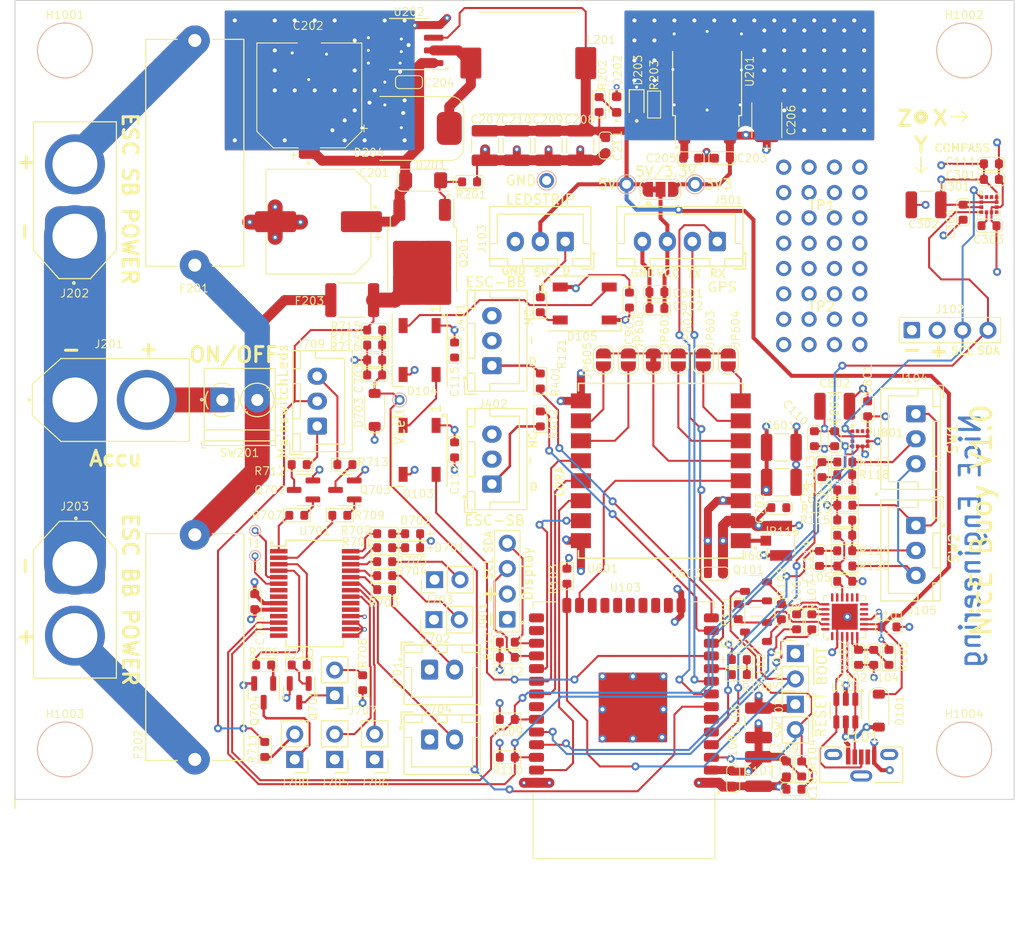
<source format=kicad_pcb>
(kicad_pcb (version 20240108) (generator "pcbnew") (generator_version "8.0")
  (layers (0 "F.Cu" signal) (1 "In1.Cu" power "GND") (2 "In2.Cu" power "+3.3V") (31 "B.Cu" signal) (34 "B.Paste" user) (35 "F.Paste" user) (36 "B.SilkS" user "B.Silkscreen") (37 "F.SilkS" user "F.Silkscreen") (38 "B.Mask" user) (39 "F.Mask" user) (44 "Edge.Cuts" user))
  (net 0 "")
  (net 1 "+5V")
  (net 2 "GND")
  (net 3 "+3.3V")
  (net 4 "/GPS/Vext")
  (net 5 "/PSU/POWER")
  (net 6 "+28V")
  (net 7 "/CPU/GPSRX")
  (net 8 "/CPU/GPSTX")
  (net 9 "SW1")
  (net 10 "SW2")
  (net 11 "SW3")
  (net 12 "/Accumonitor/GREEN")
  (net 13 "/Accumonitor/RED")
  (net 14 "/CPU/ESC_BB")
  (net 15 "/CPU/ESC_SB")
  (net 16 "LED1")
  (net 17 "LED2")
  (net 18 "LED3")
  (net 19 "/PSU/ACC")
  (net 20 "/CPU/LEDS")
  (net 21 "DR0")
  (net 22 "EN")
  (net 23 "/CPU/SDA_DISP")
  (net 24 "/CPU/SCL_DISP")
  (net 25 "RTS")
  (net 26 "DTR")
  (net 27 "/CPU/RADIO_6")
  (net 28 "/CPU/RADIO_5")
  (net 29 "/CPU/RADIO_4")
  (net 30 "/CPU/RADIO_3")
  (net 31 "/CPU/RADIO_2")
  (net 32 "RX")
  (net 33 "TX")
  (net 34 "/CPU/RADIO_1")
  (net 35 "Net-(U102-VDD)")
  (net 36 "Net-(U102-VPP)")
  (net 37 "Net-(D201-K)")
  (net 38 "Net-(U301-C1)")
  (net 39 "Net-(D101-A)")
  (net 40 "Net-(D102-K)")
  (net 41 "Net-(D103-DOUT)")
  (net 42 "Net-(D104-DOUT)")
  (net 43 "Net-(D105-DOUT)")
  (net 44 "Net-(J101-D-)")
  (net 45 "Net-(J101-D+)")
  (net 46 "Net-(D201-A)")
  (net 47 "Net-(D202-A)")
  (net 48 "Net-(D203-A)")
  (net 49 "Net-(D204-K)")
  (net 50 "Net-(D701-K)")
  (net 51 "Net-(D702-K)")
  (net 52 "Net-(J202-Pin_2)")
  (net 53 "Net-(J103-Pin_1)")
  (net 54 "Net-(J401-Pin_1)")
  (net 56 "Net-(J402-Pin_1)")
  (net 58 "Net-(J601-In)")
  (net 61 "Net-(J707-Pin_2)")
  (net 62 "Net-(JP601-B)")
  (net 63 "Net-(JP602-B)")
  (net 64 "Net-(JP603-B)")
  (net 65 "Net-(JP604-B)")
  (net 66 "Net-(JP605-B)")
  (net 67 "Net-(JP606-B)")
  (net 68 "Net-(Q101-B)")
  (net 69 "Net-(Q102-B)")
  (net 70 "Net-(J701-Pin_2)")
  (net 71 "Net-(J702-Pin_2)")
  (net 72 "Net-(J703-Pin_2)")
  (net 73 "Net-(J707-Pin_1)")
  (net 74 "Net-(U701-GPB4)")
  (net 75 "Net-(U701-GPA6)")
  (net 76 "Net-(U701-GPA7)")
  (net 77 "Net-(J708-Pin_1)")
  (net 78 "Net-(J708-Pin_2)")
  (net 79 "Net-(Q701-B)")
  (net 80 "Net-(Q702-B)")
  (net 81 "Net-(Q702-C)")
  (net 82 "Net-(Q703-B)")
  (net 83 "Net-(Q703-C)")
  (net 84 "Net-(Q704-B)")
  (net 85 "Net-(U102-~{RSTb})")
  (net 86 "Net-(U102-RXD)")
  (net 87 "Net-(U102-TXD)")
  (net 88 "/Accumonitor/Vbatt")
  (net 89 "Net-(U103-GPIO25)")
  (net 102 "Net-(U701-GPB0)")
  (net 103 "Net-(U701-GPB1)")
  (net 104 "Net-(U701-GPB2)")
  (net 105 "Net-(U701-GPB3)")
  (net 113 "Net-(J203-Pin_2)")
  (net 125 "Net-(U701-GPB5)")
  (net 126 "/CPU/SCL")
  (net 131 "/CPU/SDA")
  (net 134 "Net-(J104-Pin_1)")
  (net 135 "Net-(J104-Pin_2)")
  (net 136 "Net-(J104-Pin_3)")
  (net 137 "Net-(J105-Pin_2)")
  (net 138 "Net-(U103-GPIO36)")
  (net 139 "Net-(U103-GPIO39)")
  (footprint "A_Device:C_0603" (layer "F.Cu") (at 126.552 79.273 -90)
    (property "Reference" "C803")
    (property "Value" "100n")
  )
  (footprint "A_Pads_Pins:Testpoint_0.4x0.7" (layer "F.Cu") (at 68.5384 88.466)
    (property "Reference" "TP702" (hide yes))
    (property "Value" "T1")
  )
  (footprint "A_Device:C_0603" (layer "F.Cu") (at 116.392 113.358 -90)
    (property "Reference" "C108")
    (property "Value" "100n")
  )
  (footprint "A_Device:D_SOD-123_2.85x1.8x1.3" (layer "F.Cu") (at 130.97 106.5 -90)
    (property "Reference" "D101")
    (property "Value" "SM4007PL")
  )
  (footprint "A_Device:CP_ALU_D10x10.5" (layer "F.Cu") (at 74.886 57.536 180)
    (property "Reference" "C201")
    (property "Value" "220u/50V")
  )
  (footprint "Jumper:SolderJumper-2_P1.3mm_Open_RoundedPad1.0x1.5mm" (layer "F.Cu") (at 115.904 71.382 -90)
    (property "Reference" "JP604")
    (property "Value" "D3")
  )
  (footprint "A_Pads_Pins:Testpoint_0.6x1.0" (layer "F.Cu") (at 83.01 75.39 90)
    (property "Reference" "TP701" (hide yes))
    (property "Value" "Vcell")
  )
  (footprint "A_Device:R_0603" (layer "F.Cu") (at 127.568 85.926 180)
    (property "Reference" "R119")
    (property "Value" "100")
  )
  (footprint "A_Connector:AMASS_XT60-F_1x02_P7.20mm_Vertical" (layer "F.Cu") (at 50.51 58.99 90)
    (property "Reference" "J202")
    (property "Value" "ESC SB POWER")
  )
  (footprint "Connector_PinHeader_2.54mm:PinHeader_1x02_P2.54mm_Vertical" (layer "F.Cu") (at 72.51 111.39 180)
    (property "Reference" "J708")
    (property "Value" "Vbatt switch")
  )
  (footprint "A_Device:R_0603" (layer "F.Cu") (at 93.786 99.642)
    (property "Reference" "R111")
    (property "Value" "2.2k")
  )
  (footprint "A_Device:R_0603" (layer "F.Cu") (at 123.25 112.342 90)
    (property "Reference" "R104")
    (property "Value" "10K")
  )
  (footprint "Connector_JST:JST_XH_B3B-XH-A_1x03_P2.50mm_Vertical" (layer "F.Cu") (at 134.68 87.958 -90)
    (property "Reference" "J105")
    (property "Value" "SW2")
  )
  (footprint "A_Device:R_0603" (layer "F.Cu") (at 93.786 111.1736)
    (property "Reference" "R110")
    (property "Value" "2.2k")
  )
  (footprint "A_Device:C_0603" (layer "F.Cu") (at 141.997 57.9352)
    (property "Reference" "C303")
    (property "Value" "100n")
  )
  (footprint "Capacitor_SMD:C_1210_3225Metric" (layer "F.Cu") (at 126.552 76.02)
    (property "Reference" "C802")
    (property "Value" "10u")
  )
  (footprint "LED_SMD:LED_WS2812B_PLCC4_5.0x5.0mm_P3.2mm" (layer "F.Cu") (at 85.01 80.39 -90)
    (property "Reference" "D103")
    (property "Value" "WS2812B")
  )
  (footprint "Connector_JST:JST_XH_B3B-XH-A_1x03_P2.50mm_Vertical" (layer "F.Cu") (at 92.245 83.814 90)
    (property "Reference" "J402")
    (property "Value" "ESC-SB")
  )
  (footprint "A_Device:CP_ALU_D10x10.5" (layer "F.Cu") (at 73.969 44.896 90)
    (property "Reference" "C202")
    (property "Value" "220u/50V")
  )
  (footprint "Capacitor_SMD:C_1210_3225Metric" (layer "F.Cu") (at 121.218 83.64)
    (property "Reference" "C602")
    (property "Value" "100u/16V")
  )
  (footprint "A_Device:R_0603" (layer "F.Cu") (at 93.786 107.389)
    (property "Reference" "R109")
    (property "Value" "2.2k")
  )
  (footprint "A_Device:R_0603" (layer "F.Cu") (at 81.51 91.59)
    (property "Reference" "R705")
    (property "Value" "100")
  )
  (footprint "RF_Module:Ai-Thinker-Ra-01-LoRa" (layer "F.Cu") (at 109.154 82.482 180)
    (property "Reference" "U601")
    (property "Value" "Ai-Thinker-Ra-01")
  )
  (footprint "A_Misc:ReworkPins" (layer "F.Cu") (at 125.26 55.89)
    (property "Reference" "TP1")
    (property "Value" "RW1")
  )
  (footprint "A_Connector:Header_1x04_P2.54_Male" (layer "F.Cu") (at 93.786 93.546 90)
    (property "Reference" "J901")
    (property "Value" "Display")
  )
  (footprint "A_Device:R_0603" (layer "F.Cu") (at 81.51 90.19)
    (property "Reference" "R701")
    (property "Value" "1k")
  )
  (footprint "A_Device:R_0603" (layer "F.Cu") (at 93.786 101.166)
    (property "Reference" "R112")
    (property "Value" "2.2k")
  )
  (footprint "Connector_JST:JST_XH_B3B-XH-A_1x03_P2.50mm_Vertical" (layer "F.Cu") (at 74.76 78.012 90)
    (property "Reference" "J709")
    (property "Value" "MainswitchLeds")
  )
  (footprint "A_Device:L_11.5x10.0mm" (layer "F.Cu") (at 95.889 41.656)
    (property "Reference" "L201")
    (property "Value" "68uH/3A")
  )
  (footprint "A_Device:C_0603" (layer "F.Cu") (at 129.854 76.274 90)
    (property "Reference" "C801")
    (property "Value" "100n")
  )
  (footprint "A_Device:R_0603" (layer "F.Cu") (at 127.556 82.878)
    (property "Reference" "R118")
    (property "Value" "10K")
  )
  (footprint "Package_TO_SOT_SMD:SOT-23" (layer "F.Cu") (at 73.3875 84.402 180)
    (property "Reference" "Q702")
    (property "Value" "MMBT5551L")
  )
  (footprint "A_Device:R_0603" (layer "F.Cu") (at 97.088 65.86 -90)
    (property "Reference" "R121")
    (property "Value" "100")
  )
  (footprint "A_Connector:AMASS_XT60-M_1x02_P7.20mm_Vertical" (layer "F.Cu") (at 50.51 75.39)
    (property "Reference" "J201")
    (property "Value" "Accu")
  )
  (footprint "Package_TO_SOT_SMD:SOT-23-6" (layer "F.Cu") (at 127.668 106.5 -90)
    (property "Reference" "U101")
    (property "Value" "SRV05-4")
  )
  (footprint "A_Mechanical:NPTH_M3" (layer "F.Cu") (at 49.51 110.39)
    (property "Reference" "H1003")
    (property "Value" "MountingHole")
  )
  (footprint "Jumper:SolderJumper-2_P1.3mm_Open_RoundedPad1.0x1.5mm" (layer "F.Cu") (at 110.904 71.382 -90)
    (property "Reference" "JP602")
    (property "Value" "D1")
  )
  (footprint "A_Connector:AMASS_XT60-F_1x02_P7.20mm_Vertical" (layer "F.Cu") (at 50.51 91.79 -90)
    (property "Reference" "J203")
    (property "Value" "ESC BB POWER")
  )
  (footprint "A_Pads_Pins:Testpoint_0.9x1.5" (layer "F.Cu") (at 112.582 53.795)
    (property "Reference" "TP202" (hide yes))
    (property "Value" "3V3")
  )
  (footprint "Package_TO_SOT_SMD:SOT-23" (layer "F.Cu") (at 77.53 84.402 180)
    (property "Reference" "Q703")
    (property "Value" "MMBT5551L")
  )
  (footprint "A_Device:LED_0603" (layer "F.Cu") (at 84.31 88.79)
    (property "Reference" "D702")
    (property "Value" "RED")
  )
  (footprint "LED_SMD:LED_0603_1608Metric" (layer "F.Cu") (at 104.729 45.806 -90)
    (property "Reference" "D202")
    (property "Value" "5V")
  )
  (footprint "A_Device:C_0603" (layer "F.Cu") (at 114.614 92.784)
    (property "Reference" "C603")
    (property "Value" "100n")
  )
  (footprint "A_Mechanical:NPTH_M3" (layer "F.Cu") (at 49.51 40.39)
    (property "Reference" "H1001")
    (property "Value" "MountingHole")
  )
  (footprint "Capacitor_SMD:C_1210_3225Metric" (layer "F.Cu") (at 101.089 49.911 -90)
    (property "Reference" "C208")
    (property "Value" "100u/16V")
  )
  (footprint "A_Device:C_0603" (layer "F.Cu") (at 120.964 86.18 180)
    (property "Reference" "C702")
    (property "Value" "100n")
  )
  (footprint "Package_TO_SOT_SMD:TO-252-2" (layer "F.Cu") (at 113.783 43.601 90)
    (property "Reference" "U201")
    (property "Value" "AP7363")
  )
  (footprint "Fuse:Fuseholder_Cylinder-5x20mm_Schurter_0031_8201_Horizontal_Open" (layer "F.Cu") (at 62.51 39.39 -90)
    (property "Reference" "F201")
    (property "Value" "10A/T")
  )
  (footprint "A_Device:R_0603" (layer "F.Cu") (at 97.088 73.492 90)
    (property "Reference" "R401")
    (property "Value" "100")
  )
  (footprint "LED_SMD:LED_WS2812B_PLCC4_5.0x5.0mm_P3.2mm" (layer "F.Cu") (at 101.533 65.733)
    (property "Reference" "D105")
    (property "Value" "WS2812B")
  )
  (footprint "A_Device:C_0603" (layer "F.Cu") (at 88.51 80.39 -90)
    (property "Reference" "C112")
    (property "Value" "100n")
  )
  (footprint "A_Device:D_SOD-123_2.85x1.8x1.3" (layer "F.Cu") (at 80.51 76.39 90)
    (property "Reference" "D703")
    (property "Value" "SM4007PL")
  )
  (footprint "Connector_PinHeader_2.54mm:PinHeader_1x02_P2.54mm_Vertical" (layer "F.Cu") (at 122.615 100.785)
    (property "Reference" "SW101")
    (property "Value" "~{BOOT}")
  )
  (footprint "Jumper:SolderJumper-2_P1.3mm_Open_RoundedPad1.0x1.5mm" (layer "F.Cu") (at 113.404 71.382 -90)
    (property "Reference" "JP603")
    (property "Value" "D2")
  )
  (footprint "A_Device:R_0603" (layer "F.Cu") (at 69.51 110.39 -90)
    (property "Reference" "R711")
    (property "Value" "100")
  )
  (footprint "A_Device:R_0603" (layer "F.Cu") (at 80.51 71.39 180)
    (property "Reference" "R716")
    (property "Value" "1k")
  )
  (footprint "Capacitor_SMD:C_1210_3225Metric" (layer "F.Cu") (at 135.6978 55.8524 180)
    (property "Reference" "C302")
    (property "Value" "10u")
  )
  (footprint "LED_SMD:LED_WS2812B_PLCC4_5.0x5.0mm_P3.2mm" (layer "F.Cu") (at 85.01 70.39 -90)
    (property "Reference" "D104")
    (property "Value" "WS2812B")
  )
  (footprint "A_Device:R_0603" (layer "F.Cu") (at 127.568 92.022)
    (property "Reference" "R120")
    (property "Value" "100")
  )
  (footprint "A_Device:R_0603" (layer "F.Cu") (at 72.958 101.928 180)
    (property "Reference" "R706")
    (property "Value" "1k")
  )
  (footprint "A_Device:R_0603" (layer "F.Cu") (at 108.479 45.806 90)
    (property "Reference" "R203")
    (property "Value" "1k")
  )
  (footprint "Capacitor_SMD:C_1210_3225Metric" (layer "F.Cu") (at 121.218 80.14)
    (property "Reference" "C601")
    (property "Value" "100u/16V")
  )
  (footprint "A_Device:C_0603" (layer "F.Cu") (at 103.629 49.911 -90)
    (property "Reference" "C211")
    (property "Value" "100n")
  )
  (footprint "A_Device:R_0603" (layer "F.Cu") (at 99.755 93.038 -90)
    (property "Reference" "R103")
    (property "Value" "10K")
  )
  (footprint "Package_TO_SOT_SMD:TO-252-2" (layer "F.Cu") (at 85.26 61.396 -90)
    (property "Reference" "Q201")
    (property "Value" "NCE01P30K")
  )
  (footprint "Connector_PinHeader_2.54mm:PinHeader_1x02_P2.54mm_Vertical" (layer "F.Cu") (at 86.445 97.39 90)
    (property "Reference" "J702")
    (property "Value" "LED2")
  )
  (footprint "A_Device:R_0603" (layer "F.Cu") (at 127.556 87.414 180)
    (property "Reference" "R115")
    (property "Value" "10K")
  )
  (footprint "A_Pads_Pins:Testpoint_0.9x1.5" (layer "F.Cu") (at 97.723 53.414)
    (property "Reference" "TP201" (hide yes))
    (property "Value" "GND")
  )
  (footprint "A_Device:LED_0603" (layer "F.Cu") (at 117.01 101.39 180)
    (property "Reference" "D102")
    (property "Value" "GREEN")
  )
  (footprint "A_Device:D_MiniMELF" (layer "F.Cu") (at 85.36 53.39)
    (property "Reference" "D201")
    (property "Value" "ZMM5V6-M")
  )
  (footprint "A_Pads_Pins:Testpoint_0.9x1.5" (layer "F.Cu") (at 105.724 53.795)
    (property "Reference" "TP203" (hide yes))
    (property "Value" "5V")
  )
  (footprint "A_Mechanical:NPTH_M3" (layer "F.Cu") (at 139.51 40.39)
    (property "Reference" "H1002")
    (property "Value" "MountingHole")
  )
  (footprint "Connector_PinHeader_2.54mm:PinHeader_1x02_P2.54mm_Vertical" (layer "F.Cu") (at 80.51 111.39 180)
    (property "Reference" "J706")
    (property "Value" "SW2")
  )
  (footprint "Jumper:SolderJumper-2_P1.3mm_Open_RoundedPad1.0x1.5mm" (layer "F.Cu") (at 105.904 71.382 -90)
    (property "Reference" "JP606")
    (property "Value" "D5")
  )
  (footprint "Connector_JST:JST_XH_B3B-XH-A_1x03_P2.50mm_Vertical" (layer "F.Cu") (at 99.588 59.527 180)
    (property "Reference" "J103")
    (property "Value" "LEDSTRIP")
  )
  (footprint "A_Device:R_0603" (layer "F.Cu") (at 81.51 94.39)
    (property "Reference" "R703")
    (property "Value" "100")
  )
  (footprint "A_Device:R_0603" (layer "F.Cu") (at 117.01 102.89)
    (property "Reference" "R108")
    (property "Value" "1k")
  )
  (footprint "A_Device:C_0603" (layer "F.Cu") (at 115.313 51.181 180)
    (property "Reference" "C205")
    (property "Value" "100n")
  )
  (footprint "Connector_JST:JST_XH_B3B-XH-A_1x03_P2.50mm_Vertical" (layer "F.Cu") (at 92.245 71.956 90)
    (property "Reference" "J401")
    (property "Value" "ESC-BB")
  )
  (footprint "Capacitor_SMD:C_1210_3225Metric" (layer "F.Cu") (at 91.564 49.911 -90)
    (property "Reference" "C207")
    (property "Value" "100u/16V")
  )
  (footprint "A_Device:R_0603" (layer "F.Cu") (at 127.568 81.608)
    (property "Reference" "R113")
    (property "Value" "100")
  )
  (footprint "A_Device:R_0603" (layer "F.Cu") (at 80.51 69.89 180)
    (property "Reference" "R714")
    (property "Value" "1k")
  )
  (footprint "Jumper:SolderJumper-2_P1.3mm_Open_RoundedPad1.0x1.5mm" (layer "F.Cu") (at 103.404 71.382 -90)
    (property "Reference" "JP605")
    (property "Value" "D4")
  )
  (footprint "A_Device:CP_TANT_3.5x2.8x1.9" (layer "F.Cu") (at 119.758 47.371 -90)
    (property "Reference" "C206")
    (property "Value" "100u/6.3V")
  )
  (footprint "A_Device:R_0603" (layer "F.Cu") (at 77.53 81.862 180)
    (property "Reference" "R713")
    (property "Value" "4.7k")
  )
  (footprint "Connector_PinHeader_2.54mm:PinHeader_1x02_P2.54mm_Vertical" (layer "F.Cu") (at 76.51 111.39 180)
    (property "Reference" "J705")
    (property "Value" "SW3")
  )
  (footprint "A_Device:C_0603" (layer "F.Cu") (at 139.408 56.5912 -90)
    (property "Reference" "C304")
    (property "Value" "100n")
  )
  (footprint "Package_DFN_QFN:QFN-24-1EP_4x4mm_P0.5mm_EP2.6x2.6mm" (layer "F.Cu") (at 127.556 97.102 90)
    (property "Reference" "U102")
    (property "Value" "CP2104-F03-GMR")
  )
  (footprint "A_Device:R_0603" (layer "F.Cu") (at 69.402 101.928)
    (property "Reference" "R710")
    (property "Value" "1k")
  )
  (footprint "LED_SMD:LED_0603_1608Metric" (layer "F.Cu") (at 106.729 45.806 -90)
    (property "Reference" "D203")
    (property "Value" "3.3V")
  )
  (footprint "A_IC_SOT:SOT-23_1.4x3_P0.95" (layer "F.Cu") (at 118.678 98.626)
    (property "Reference" "Q102")
    (property "Value" "2N7002")
  )
  (footprint "A_Device:R_0603" (layer "F.Cu") (at 90.01 53.556 180)
    (property "Reference" "R201")
    (property "Value" "100" (hide yes))
  )
  (footprint "Package_TO_SOT_SMD:SOT-23" (layer "F.Cu") (at 72.958 104.722 -90)
    (property "Reference" "Q701")
    (property "Value" "MMBT5551L")
  )
  (footprint "A_Device:C_0603" (layer "F.Cu") (at 128.938 101.166 90)
    (property "Reference" "C102")
    (property "Value" "4.7u")
  )
  (footprint "A_Device:R_0603" (layer "F.Cu") (at 97.088 77.29 -90)
    (property "Reference" "R402")
    (property "Value" "100")
  )
  (footprint "A_Device:R_0603" (layer "F.Cu") (at 127.556 88.938)
    (property "Reference" "R116")
    (property "Value" "10K")
  )
  (footprint "A_Device:R_0603" (layer "F.Cu") (at 72.716 86.942)
    (property "Reference" "R707")
    (property "Value" "1k")
  )
  (footprint "Connector_JST:JST_XH_B3B-XH-A_1x03_P2.50mm_Vertical" (layer "F.Cu") (at 134.68 76.782 -90)
    (property "Reference" "J104")
    (property "Value" "SW1")
  )
  (footprint "A_Device:C_0603" (layer "F.Cu") (at 125.282 82.37 -90)
    (property "Reference" "C113")
    (property "Value" "1n")
  )
  (footprint "A_Device:D_SMC_7.1x6.2x2.65" (layer "F.Cu") (at 84.579 48.196 180)
    (property "Reference" "D204")
    (property "Value" "SS36-E3/57T")
  )
  (footprint "A_Device:R_0603" (layer "F.Cu") (at 81.51 88.79)
    (property "Reference" "R702")
    (property "Value" "1k")
  )
  (footprint "A_Connector:Header_1x04_P2.54_Male" (layer "F.Cu") (at 138.0836 68.4)
    (property "Reference" "J102")
    (property "Value" "Display")
  )
  (footprint "Package_SO:SSOP-28_5.3x10.2mm_P0.65mm" (layer "F.Cu") (at 74.51 94.765)
    (property "Reference" "U701")
    (property "Value" "MCP23017_SS")
  )
  (footprint "Capacitor_SMD:C_1210_3225Metric" (layer "F.Cu") (at 97.914 49.911 -90)
    (property "Reference" "C209")
    (property "Value" "100u/16V")
  )
  (footprint "TerminalBlock_Phoenix:TerminalBlock_Phoenix_PT-1,5-2-3.5-H_1x02_P3.50mm_Horizontal" (layer "F.Cu") (at 65.26 75.39)
    (property "Reference" "SW201")
    (property "Value" "ON/OFF")
  )
  (footprint "A_Device:C_0603" (layer "F.Cu") (at 108.76 66.2335 180)
    (property "Reference" "C502")
    (property "Value" "100n")
  )
  (footprint "Package_LGA:LGA-12_2x2mm_P0.5mm" (layer "F.Cu") (at 129.092 79.273)
    (property "Reference" "U801")
    (property "Value" "LIS2HH12")
  )
  (footprint "Connector_PinHeader_2.54mm:PinHeader_1x02_P2.54mm_Vertical" (layer "F.Cu") (at 122.615 105.865)
    (property "Reference" "SW102")
    (property "Value" "~{RESET}")
  )
  (footprint "A_Device:R_0603" (layer "F.Cu") (at 127.556 84.402 180)
    (property "Reference" "R117")
    (property "Value" "10K")
  )
  (footprint "A_Device:C_0603" (layer "F.Cu") (at 68.51 95.59 -90)
    (property "Reference" "C701")
    (property "Value" "100n")
  )
  (footprint "A_Device:C_0603" (layer "F.Cu") (at 142.239 53.3124)
    (property "Reference" "C301")
    (property "Value" "100n")
  )
  (footprint "A_Device:R_0603" (layer "F.Cu") (at 116.9 96.594 -90)
    (property "Reference" "R101")
    (property "Value" "10K")
  )
  (footprint "Fuse:Fuseholder_Cylinder-5x20mm_Schurter_0031_8201_Horizontal_Open" (layer "F.Cu") (at 62.51 111.39 90)
    (property "Reference" "F202")
    (property "Value" "10A/T")
  )
  (footprint "A_IC_SOT:SOT-23_1.4x3_P0.95" (layer "F.Cu") (at 118.678 94.562)
    (property "Reference" "Q101")
    (property "Value" "2N7002")
  )
  (footprint "Jumper:SolderJumper-3_P1.3mm_Bridged12_RoundedPad1.0x1.5mm" (layer "F.Cu") (at 109.123 54.303)
    (property "Reference" "JP501" (hide yes))
    (property "Value" "5V/3.3V")
  )
  (footprint "A_Device:R_0603" (layer "F.Cu") (at 79.308 103.706 90)
    (property "Reference" "R708")
    (property "Value" "100")
  )
  (footprint "A_Device:LED_0603" (layer "F.Cu") (at 84.31 90.19)
    (property "Reference" "D701")
    (property "Value" "GREEN")
  )
  (footprint "A_Device:C_0603" (layer "F.Cu") (at 127.556 93.546 180)
    (property "Reference" "C105")
    (property "Value" "4.7u")
  )
  (footprint "A_Device:C_0603" (layer "F.Cu") (at 106.01 65.39 -90)
    (property "Reference" "C901")
    (property "Value" "100n")
  )
  (footprint "A_Device:C_0603" (layer "F.Cu") (at 80.51 72.89 180)
    (property "Reference" "C703")
    (property "Value" "1n")
  )
  (footprint "A_Device:R_0603" (layer "F.Cu") (at 72.958 81.862 180)
    (property "Reference" "R712")
    (property "Value" "4.7k")
  )
  (footprint "A_Device:C_0603" (layer "F.Cu") (at 88.51 70.39 -90)
    (property "Reference" "C115")
    (property "Value" "100n")
  )
  (footprint "A_Device:R_0603" (layer "F.Cu") (at 81.51 92.99)
    (property "Reference" "R704")
    (property "Value" "100")
  )
  (footprint "A_Device:C_0603" (layer "F.Cu") (at 131.986 98.118 180)
    (property "Reference" "C101")
    (property "Value" "4.7u")
  )
  (footprint "Connector_PinHeader_2.54mm:PinHeader_1x02_P2.54mm_Vertical" (layer "F.Cu") (at 86.51 93.39 90)
    (property "Reference" "J703")
    (property "Value" "LED3")
  )
  (footprint "Connector_Coaxial:U.FL_Hirose_U.FL-R-SMT-1_Vertical" (layer "F.Cu") (at 120.71 89.482)
    (property "Reference" "J601")
    (property "Value" "Conn_Coaxial")
  )
  (footprint "A_Device:R_0603" (layer "F.Cu") (at 77.022 86.942)
    (property "Reference" "R709")
    (property "Value" "1k")
  )
  (footprint "Connector_PinHeader_2.54mm:PinHeader_1x02_P2.54mm_Vertical" (layer "F.Cu") (at 76.514 104.976 180)
    (property "Reference" "J707")
    (property "Value" "3.3V switch")
  )
  (footprint "A_Device:C_0603" (layer "F.Cu") (at 112.138 51.181)
    (property "Reference" "C203")
    (property "Value" "100n")
  )
  (footprint "A_Device:C_0603" (layer "F.Cu") (at 108.76 64.5825 180)
    (property "Reference" "C501")
    (property "Value" "100n")
  )
  (footprint "Connector_USB:USB_Micro-B_Molex-105133-0001" (layer "F.Cu") (at 129.21 111.965)
    (property "Reference" "J101")
    (property "Value" "1051330011")
  )
  (footprint "A_Device:C_0603" (layer "F.Cu") (at 130.462 101.166 90)
    (property "Reference" "C104")
    (property "Value" "100n")
  )
  (footprint "A_Device:C_0603" (layer "F.Cu") (at 121.726 112.342 -90)
    (property "Reference" "C109")
    (property "Value" "100n")
  )
  (footprint "A_Device:R_0603" (layer "F.Cu") (at 102.979 45.806 90)
    (property "Reference" "R202")
    (property "Value" "1.5k")
  )
  (footprint "Package_SO:SOIC-8_3.9x4.9mm_P1.27mm" (layer "F.Cu") (at 83.944 39.751 180)
    (property "Reference" "U202")
    (property "Value" "XL1509-5.0E1")
  )
  (footprint "A_Misc:ReworkPins" (layer "F.Cu") (at 125.26 66.034)
    (property "Reference" "TP2")
    (property "Value" "RW2")
  )
  (footprint "A_Device:R_0603" (layer "F.Cu") (at 122.742 97.61 90)
    (property "Reference" "R106")
    (property "Value" "120E")
  )
  (footprint "Package_TO_SOT_SMD:SOT-23" (layer "F.Cu") (at 69.402 104.722 -90)
    (property "Reference" "Q704")
    (property "Value" "MMBT5551L")
  )
  (footprint "Connector_JST:JST_XH_B2B-XH-A_1x02_P2.50mm_Vertical" (layer "F.Cu") (at 86.01 102.39)
    (property "Reference" "J701")
    (property "Value" "LED1")
  )
  (footprint "Capacitor_SMD:C_1210_3225Metric" (layer "F.Cu") (at 118.932 112.596 -90)
    (property "Reference" "C107")
    (property "Value" "100u/16V")
  )
  (footprint "Capacitor_SMD:C_1210_3225Metric" (layer "F.Cu") (at 94.739 49.911 -90)
    (property "Reference" "C210")
    (property "Value" "100u/16V")
  )
  (footprint "A_Device:R_0603" (layer "F.Cu") (at 121.218 96.594 90)
    (property "Reference" "R102")
    (property "Value" "10K")
  )
  (footprint "Fuse:Fuse_1812_4532Metric" (layer "F.Cu") (at 78.26 65.39)
    (property "Reference" "F203")
    (property "Value" "3AT")
  )
  (footprint "Capacitor_SMD:C_1210_3225Metric" (layer "F.Cu") (at 118.932 107.721 90)
    (property "Reference" "C106")
    (property "Value" "100u/16V")
  )
  (footprint "A_Device:R_0603" (layer "F.Cu") (at 131.986 101.166 90)
    (property "Reference" "R105")
    (property "Value" "10K")
  )
  (footprint "A_Pads_Pins:Testpoint_0.4x0.7" (layer "F.Cu") (at 68.5384 91.006)
    (property "Reference" "TP703" (hide yes))
    (property "Value" "T2")
  )
  (footprint "Package_LGA:LGA-12_2x2mm_P0.5mm" (layer "F.Cu") (at 141.997 55.8332)
    (property "Reference" "U301")
    (property "Value" "LSM303C")
  )
  (footprint "A_Mechanical:NPTH_M3" (layer "F.Cu") (at 139.51 110.39)
    (property "Reference" "H1004")
    (property "Value" "MountingHole")
  )
  (footprint "A_Device:R_0603" (layer "F.Cu") (at 80.51 68.39)
    (property "Reference" "R715")
    (property "Value" "6.2k")
  )
  (footprint "A_Device:C_0603" (layer "F.Cu") (at 142.239 51.7394)
    (property "Reference" "C111")
    (property "Value" "100n")
  )
  (footprint "A_Device:R_0603" (layer "F.Cu") (at 127.556 90.498)
    (property "Reference" "R114")
    (property "Value" "100")
  )
  (footprint "A_Device:C_0603" (layer "F.Cu") (at 124.52 79.273 -90)
    (property "Reference" "C110")
    (property "Value" "100n")
  )
  (footprint "Jumper:SolderJumper-2_P1.3mm_Bridged_RoundedPad1.0x1.5mm" (layer "F.Cu") (at 108.404 71.382 -90)
    (property "Reference" "JP601")
    (property "Value" "D0")
  )
  (footprint "Connector_JST:JST_XH_B4B-XH-A_1x04_P2.50mm_Vertical" (layer "F.Cu") (at 114.808 59.527 180)
    (property "Reference" "J501")
    (property "Value" "GPS")
  )
  (footprint "A_Device:C_0603" (layer "F.Cu") (at 83.944 43.561 180)
    (property "Reference" "C204")
    (property "Value" "100n")
  )
  (footprint "Connector_JST:JST_XH_B2B-XH-A_1x02_P2.50mm_Vertical" (layer "F.Cu") (at 86.01 109.39)
    (property "Reference" "J704")
    (property "Value" "SW1")
  )
  (footprint "A_Device:C_0603" (layer "F.Cu") (at 122.476 114.374 180)
    (property "Reference" "C103")
    (property "Value" "100n")
  )
  (footprint "A_Device:R_0603" (layer "F.Cu") (at 124.266 97.61 90)
    (property "Reference" "R107")
    (property "Value" "120E")
  )
  (footprint "A_Device:C_0603" (layer "F.Cu") (at 125.028 91.26 -90)
    (property "Reference" "C114")
    (property "Value" "1n")
  )
  (footprint "A_Module:ESP32-WROOM-32" (layer "F.Cu") (at 105.49 115.04 180)
    (property "Reference" "U103")
    (property "Value" "ESP32-WROOM-32E_(visible_peripherals)")
  )
  (gr_circle (center 83.0672 101.3692) (end 83.0418 101.3438) (stroke (width 0.15)) (fill none) (layer "F.SilkS"))
  (gr_circle (center 106.74 47.445) (end 106.7146 47.4196) (stroke (width 0.15)) (fill none) (layer "F.SilkS"))
  (gr_circle (center 89.4934 85.0878) (end 89.468 85.0624) (stroke (width 0.15)) (fill none) (layer "F.SilkS"))
  (gr_line (start 44.51 114.882) (end 44.51 116.3044) (stroke (width 0.15)) (layer "F.SilkS"))
  (gr_circle (center 130.743 84.8338) (end 130.7176 84.8084) (stroke (width 0.15)) (fill none) (layer "F.SilkS"))
  (gr_circle (center 110.7532 50.0866) (end 110.7278 50.0612) (stroke (width 0.15)) (fill none) (layer "F.SilkS"))
  (gr_circle (center 125.8154 99.3372) (end 125.79 99.3118) (stroke (width 0.15)) (fill none) (layer "F.SilkS"))
  (gr_circle (center 50.4028 63.6756) (end 50.3774 63.6502) (stroke (width 0.15)) (fill none) (layer "F.SilkS"))
  (gr_circle (center 97.977 63.3962) (end 97.9516 63.3708) (stroke (width 0.15)) (fill none) (layer "F.SilkS"))
  (gr_circle (center 123.8596 105.0776) (end 123.8342 105.0522) (stroke (width 0.15)) (fill none) (layer "F.SilkS"))
  (gr_circle (center 80.578 56.081) (end 80.5526 56.0556) (stroke (width 0.15)) (fill none) (layer "F.SilkS"))
  (gr_circle (center 104.7334 47.4196) (end 104.708 47.3942) (stroke (width 0.15)) (fill none) (layer "F.SilkS"))
  (gr_line (start 139.8108 47.0132) (end 139.3028 46.5052) (stroke (width 0.15)) (layer "F.SilkS"))
  (gr_line (start 135.188 52.652) (end 135.696 52.144) (stroke (width 0.15)) (layer "F.SilkS"))
  (gr_line (start 135.188 52.652) (end 134.68 52.144) (stroke (width 0.15)) (layer "F.SilkS"))
  (gr_circle (center 118.6018 90.2186) (end 118.5764 90.1932) (stroke (width 0.15)) (fill none) (layer "F.SilkS"))
  (gr_circle (center 137.474 87.958) (end 137.4486 87.9326) (stroke (width 0.15)) (fill none) (layer "F.SilkS"))
  (gr_circle (center 70.2148 89.7106) (end 70.1894 89.6852) (stroke (width 0.15)) (fill none) (layer "F.SilkS"))
  (gr_line (start 135.188 51.128) (end 135.188 52.652) (stroke (width 0.15)) (layer "F.SilkS"))
  (gr_circle (center 87.3852 76.9344) (end 87.3598 76.909) (stroke (width 0.15)) (fill none) (layer "F.SilkS"))
  (gr_circle (center 89.4934 73.2006) (end 89.468 73.1752) (stroke (width 0.15)) (fill none) (layer "F.SilkS"))
  (gr_line (start 138.236 47.0132) (end 139.76 47.0132) (stroke (width 0.15)) (layer "F.SilkS"))
  (gr_circle (center 135.188 47.064) (end 135.388 47.064) (stroke (width 0.5)) (fill none) (layer "F.SilkS"))
  (gr_line (start 139.8108 47.0132) (end 139.3028 47.5212) (stroke (width 0.15)) (layer "F.SilkS"))
  (gr_circle (center 141.1824 54.5316) (end 141.157 54.5062) (stroke (width 0.15)) (fill none) (layer "F.SilkS"))
  (gr_circle (center 45.9324 75.385) (end 45.907 75.3596) (stroke (width 0.15)) (fill none) (layer "F.SilkS"))
  (gr_circle (center 95.3354 97.6862) (end 95.31 97.6608) (stroke (width 0.15)) (fill none) (layer "F.SilkS"))
  (gr_circle (center 87.4106 66.9014) (end 87.3852 66.876) (stroke (width 0.15)) (fill none) (layer "F.SilkS"))
  (gr_circle (center 50.606 87.2468) (end 50.5806 87.2214) (stroke (width 0.15)) (fill none) (layer "F.SilkS"))
  (gr_circle (center 87.9186 54.8618) (end 87.8932 54.8364) (stroke (width 0.15)) (fill none) (layer "F.SilkS"))
  (gr_circle (center 117.6366 60.7038) (end 117.6112 60.6784) (stroke (width 0.15)) (fill none) (layer "F.SilkS"))
  (gr_circle (center 63.2044 75.3596) (end 63.179 75.3342) (stroke (width 0.15)) (fill none) (layer "F.SilkS"))
  (gr_circle (center 73.8724 51.6614) (end 73.847 51.636) (stroke (width 0.15)) (fill none) (layer "F.SilkS"))
  (gr_circle (center 102.4474 60.7546) (end 102.422 60.7292) (stroke (width 0.15)) (fill none) (layer "F.SilkS"))
  (gr_circle (center 128.33 77.9776) (end 128.3046 77.9522) (stroke (width 0.15)) (fill none) (layer "F.SilkS"))
  (gr_circle (center 129.3206 104.5188) (end 129.2952 104.4934) (stroke (width 0.15)) (fill none) (layer "F.SilkS"))
  (gr_circle (center 87.7408 42.1872) (end 87.7154 42.1618) (stroke (width 0.15)) (fill none) (layer "F.SilkS"))
  (gr_circle (center 114.9188 114.7296) (end 114.8934 114.7042) (stroke (width 0.15)) (fill none) (layer "F.SilkS"))
  (gr_circle (center 83.118 108.2272) (end 83.0926 108.2018) (stroke (width 0.15)) (fill none) (layer "F.SilkS"))
  (gr_circle (center 123.8342 99.896) (end 123.8088 99.8706) (stroke (width 0.15)) (fill none) (layer "F.SilkS"))
  (gr_rect (start 44.51 35.39) (end 144.51 115.39) (stroke (width 0.1)) (fill none) (layer "Edge.Cuts"))
  (gr_text "NicE Engineering" (at 141.284 76.528 90) (layer "B.Cu") (effects (font (size 2 2) (thickness 0.3)) (justify left bottom mirror)))
  (gr_text "RX" (at 113.9536 63.193 0) (layer "F.SilkS") (effects (font (size 0.8 0.8) (thickness 0.15) (bold yes)) (justify left bottom)))
  (gr_text "5V" (at 96.3006 63.0914 0) (layer "F.SilkS") (effects (font (size 0.8 0.8) (thickness 0.15) (bold yes)) (justify left bottom)))
  (gr_text "SDA" (at 140.7252 70.9146 0) (layer "F.SilkS") (effects (font (size 0.8 0.8) (thickness 0.15) (bold yes)) (justify left bottom)))
  (gr_text "D" (at 95.9196 84.5544 0) (layer "F.SilkS") (effects (font (size 0.8 0.8) (thickness 0.15) (bold yes)) (justify left bottom)))
  (gr_text "GND" (at 93.1002 62.9136 0) (layer "F.SilkS") (effects (font (size 0.8 0.8) (thickness 0.15) (bold yes)) (justify left bottom)))
  (gr_text "D" (at 95.818 72.0322 0) (layer "F.SilkS") (effects (font (size 0.8 0.8) (thickness 0.15) (bold yes)) (justify left bottom)))
  (gr_text "+" (at 90.992 95.578 0) (layer "F.SilkS") (effects (font (size 1.5 1.5) (thickness 0.3) (bold yes)) (justify left bottom)))
  (gr_text "SCL" (at 92.389 93.4698 90) (layer "F.SilkS") (effects (font (size 0.8 0.8) (thickness 0.15) (bold yes)) (justify left bottom)))
  (gr_text "NicE Buoy V1.0" (at 142.427 99.261 90) (layer "F.SilkS") (effects (font (size 2 2) (thickness 0.3)) (justify left bottom)))
  (gr_text "NC" (at 96.4276 68.019 90) (layer "F.SilkS") (effects (font (size 0.8 0.8) (thickness 0.15) (bold yes)) (justify left bottom)))
  (gr_text "X" (at 136.204 48.0292 0) (layer "F.SilkS") (effects (font (size 1.5 1.5) (thickness 0.3) (bold yes)) (justify left bottom)))
  (gr_text "COMPASS" (at 136.458 50.62 0) (layer "F.SilkS") (effects (font (size 0.8 0.8) (thickness 0.15) (bold yes)) (justify left bottom)))
  (gr_text "-" (at 44.76 90.89 270) (layer "F.SilkS") (effects (font (size 1.5 1.5) (thickness 0.3) (bold yes)) (justify left bottom)))
  (gr_text "D" (at 99.1962 62.939 0) (layer "F.SilkS") (effects (font (size 0.8 0.8) (thickness 0.15) (bold yes)) (justify left bottom)))
  (gr_text "Z" (at 132.648 48.08 0) (layer "F.SilkS") (effects (font (size 1.5 1.5) (thickness 0.3) (bold yes)) (justify left bottom)))
  (gr_text "VCC" (at 108.6704 63.193 0) (layer "F.SilkS") (effects (font (size 0.8 0.8) (thickness 0.15) (bold yes)) (justify left bottom)))
  (gr_text "+" (at 44.51 52.39 0) (layer "F.SilkS") (effects (font (size 1.5 1.5) (thickness 0.3) (bold yes)) (justify left bottom)))
  (gr_text "-" (at 133.156 71.194 0) (layer "F.SilkS") (effects (font (size 1.5 1.5) (thickness 0.3) (bold yes)) (justify left bottom)))
  (gr_text "TX" (at 111.7184 63.193 0) (layer "F.SilkS") (effects (font (size 0.8 0.8) (thickness 0.15) (bold yes)) (justify left bottom)))
  (gr_text "-" (at 46.26 59.64 90) (layer "F.SilkS") (effects (font (size 1.5 1.5) (thickness 0.3) (bold yes)) (justify left bottom)))
  (gr_text "GND" (at 106.0288 63.1422 0) (layer "F.SilkS") (effects (font (size 0.8 0.8) (thickness 0.15) (bold yes)) (justify left bottom)))
  (gr_text "-" (at 96.5038 82.0906 90) (layer "F.SilkS") (effects (font (size 0.8 0.8) (thickness 0.15) (bold yes)) (justify left bottom)))
  (gr_text "-" (at 96.6308 70.0256 90) (layer "F.SilkS") (effects (font (size 0.8 0.8) (thickness 0.15) (bold yes)) (justify left bottom)))
  (gr_text "Y" (at 135.188 50.7216 0) (layer "F.SilkS") (effects (font (size 1.5 1.5) (thickness 0.3) (bold yes)) (justify bottom)))
  (gr_text "SDA" (at 92.3636 90.8536 90) (layer "F.SilkS") (effects (font (size 0.8 0.8) (thickness 0.15) (bold yes)) (justify left bottom)))
  (gr_text "+" (at 136.204 69.416 -90) (layer "F.SilkS") (effects (font (size 1.5 1.5) (thickness 0.3) (bold yes)) (justify left bottom)))
  (gr_text "SCL" (at 138.109 70.94 0) (layer "F.SilkS") (effects (font (size 0.8 0.8) (thickness 0.15) (bold yes)) (justify left bottom)))
  (gr_text "+" (at 56.76 71.14 0) (layer "F.SilkS") (effects (font (size 1.5 1.5) (thickness 0.3) (bold yes)) (justify left bottom)))
  (gr_text "-" (at 92.9478 98.499 90) (layer "F.SilkS") (effects (font (size 1.5 1.5) (thickness 0.3) (bold yes)) (justify left bottom)))
  (gr_text "+" (at 44.51 99.89 0) (layer "F.SilkS") (effects (font (size 1.5 1.5) (thickness 0.3) (bold yes)) (justify left bottom)))
  (gr_text "NC" (at 96.834 80.338 90) (layer "F.SilkS") (effects (font (size 0.8 0.8) (thickness 0.15) (bold yes)) (justify left bottom)))
  (gr_text "-" (at 51.26 69.64 180) (layer "F.SilkS") (effects (font (size 1.5 1.5) (thickness 0.3) (bold yes)) (justify left bottom)))
  (gr_text "LORA" (at 99.51 85.14 90) (layer "F.SilkS") (effects (font (size 0.8 0.8) (thickness 0.15) (bold yes)) (justify left bottom)))
  (segment (start 129.4935 97.852) (end 130.97 97.852) (width 0.2) (layer "F.Cu") (net 1))
  (segment (start 118.424 69.162) (end 118.424 57.351) (width 0.4) (layer "F.Cu") (net 1))
  (segment (start 103.248 48.436) (end 105.479 48.436) (width 0.8) (layer "F.Cu") (net 1))
  (segment (start 105.724 48.69) (end 105.978 48.436) (width 0.4) (layer "F.Cu") (net 1))
  (segment (start 132.62 104.85) (end 130.97 104.85) (width 0.2) (layer "F.Cu") (net 1))
  (segment (start 133.256 100.15) (end 133.256 104.214) (width 0.2) (layer "F.Cu") (net 1))
  (segment (start 101.639 41.656) (end 101.639 47.886) (width 1) (layer "F.Cu") (net 1))
  (segment (start 100.898 53.795) (end 97.088 57.605) (width 0.4) (layer "F.Cu") (net 1))
  (segment (start 110.931 56.462) (end 110.931 56.335) (width 0.4) (layer "F.Cu") (net 1))
  (segment (start 101.089 48.436) (end 102.904 48.436) (width 0.8) (layer "F.Cu") (net 1))
  (segment (start 97.088 57.605) (end 97.088 59.527) (width 0.4) (layer "F.Cu") (net 1))
  (segment (start 105.724 53.795) (end 105.724 48.681) (width 0.4) (layer "F.Cu") (net 1))
  (segment (start 107.823 54.303) (end 107.315 53.795) (width 0.4) (layer "F.Cu") (net 1))
  (segment (start 133.256 104.214) (end 132.62 104.85) (width 0.2) (layer "F.Cu") (net 1))
  (segment (start 136.204 72.972) (end 137.982 74.75) (width 0.4) (layer "F.Cu") (net 1))
  (segment (start 137.982 74.75) (end 137.982 92.149) (width 0.4) (layer "F.Cu") (net 1))
  (segment (start 129.4935 98.352) (end 131.002 98.352) (width 0.2) (layer "F.Cu") (net 1))
  (segment (start 101.26 36.14) (end 89.51 36.14) (width 0.2) (layer "F.Cu") (net 1))
  (segment (start 89.51 36.14) (end 89.01 36.64) (width 0.2) (layer "F.Cu") (net 1))
  (segment (start 107.315 53.795) (end 105.724 53.795) (width 0.4) (layer "F.Cu") (net 1))
  (segment (start 102.564 48.436) (end 101.089 48.436) (width 0.2) (layer "F.Cu") (net 1))
  (segment (start 101.639 47.886) (end 101.089 48.436) (width 1) (layer "F.Cu") (net 1))
  (segment (start 118.424 69.162) (end 122.234 72.972) (width 0.4) (layer "F.Cu") (net 1))
  (segment (start 111.503 51.066) (end 111.388 51.181) (width 0.8) (layer "F.Cu") (net 1))
  (segment (start 131.236 98.118) (end 131.236 98.13) (width 0.2) (layer "F.Cu") (net 1))
  (segment (start 105.724 53.795) (end 105.724 48.69) (width 0.4) (layer "F.Cu") (net 1))
  (segment (start 105.724 48.681) (end 105.479 48.436) (width 0.4) (layer "F.Cu") (net 1))
  (segment (start 122.234 72.972) (end 136.204 72.972) (width 0.4) (layer "F.Cu") (net 1))
  (segment (start 105.479 48.436) (end 105.978 48.436) (width 0.8) (layer "F.Cu") (net 1))
  (segment (start 111.503 48.641) (end 111.503 51.066) (width 0.8) (layer "F.Cu") (net 1))
  (segment (start 101.639 36.519) (end 101.26 36.14) (width 0.2) (layer "F.Cu") (net 1))
  (segment (start 87.784 39.116) (end 86.419 39.116) (width 0.2) (layer "F.Cu") (net 1))
  (segment (start 105.978 48.436) (end 111.298 48.436) (width 0.8) (layer "F.Cu") (net 1))
  (segment (start 102.994 46.851) (end 102.994 48.006) (width 0.2) (layer "F.Cu") (net 1))
  (segment (start 102.994 48.006) (end 102.564 48.436) (width 0.2) (layer "F.Cu") (net 1))
  (segment (start 130.97 97.852) (end 131.236 98.118) (width 0.2) (layer "F.Cu") (net 1))
  (segment (start 102.904 48.436) (end 103.629 49.161) (width 0.8) (layer "F.Cu") (net 1))
  (segment (start 133.156 96.975) (end 132.379 96.975) (width 0.4) (layer "F.Cu") (net 1))
  (segment (start 89.01 37.89) (end 87.784 39.116) (width 0.2) (layer "F.Cu") (net 1))
  (segment (start 131.236 98.13) (end 133.256 100.15) (width 0.2) (layer "F.Cu") (net 1))
  (segment (start 105.724 53.795) (end 100.898 53.795) (width 0.4) (layer "F.Cu") (net 1))
  (segment (start 117.535 56.462) (end 110.931 56.462) (width 0.4) (layer "F.Cu") (net 1))
  (segment (start 111.298 48.436) (end 111.503 48.641) (width 0.8) (layer "F.Cu") (net 1))
  (segment (start 132.379 96.975) (end 131.236 98.118) (width 0.4) (layer "F.Cu") (net 1))
  (segment (start 131.002 98.352) (end 131.236 98.118) (width 0.2) (layer "F.Cu") (net 1))
  (segment (start 91.564 48.436) (end 101.089 48.436) (width 1) (layer "F.Cu") (net 1))
  (segment (start 118.424 57.351) (end 117.535 56.462) (width 0.4) (layer "F.Cu") (net 1))
  (segment (start 89.01 36.64) (end 89.01 37.89) (width 0.2) (layer "F.Cu") (net 1))
  (segment (start 101.639 41.656) (end 101.639 36.519) (width 0.2) (layer "F.Cu") (net 1))
  (segment (start 137.982 92.149) (end 133.156 96.975) (width 0.4) (layer "F.Cu") (net 1))
  (via (at 110.931 56.335) (size 0.8) (drill 0.4) (layers "F.Cu" "B.Cu") (net 1))
  (segment (start 105.724 55.319) (end 105.724 53.795) (width 0.4) (layer "B.Cu") (net 1))
  (segment (start 110.931 56.335) (end 106.74 56.335) (width 0.4) (layer "B.Cu") (net 1))
  (segment (start 106.74 56.335) (end 105.724 55.319) (width 0.4) (layer "B.Cu") (net 1))
  (segment (start 126.806 88.938) (end 127.506 89.638) (width 0.2) (layer "F.Cu") (net 2))
  (segment (start 87.054 37.846) (end 87.76 37.14) (width 0.8) (layer "F.Cu") (net 2))
  (segment (start 90.76 53.556) (end 90.76 51.801) (width 0.2) (layer "F.Cu") (net 2))
  (segment (start 114.22 113.727) (end 114.983 113.727) (width 1) (layer "F.Cu") (net 2))
  (segment (start 79.378 98.372) (end 79.507 98.372) (width 0.2) (layer "F.Cu") (net 2))
  (segment (start 126.818 92.022) (end 126.818 92.058) (width 0.2) (layer "F.Cu") (net 2))
  (segment (start 88.51 81.14) (end 88.51 82.39) (width 0.2) (layer "F.Cu") (net 2))
  (segment (start 113.783 42.17) (end 117.218 38.735) (width 0.8) (layer "F.Cu") (net 2))
  (segment (start 127.568 81.1) (end 127.568 82.116) (width 0.2) (layer "F.Cu") (net 2))
  (segment (start 128.027 75.5985) (end 129.3835 74.242) (width 0.2) (layer "F.Cu") (net 2))
  (segment (start 121.185 88.007) (end 122.947 88.007) (width 0.2) (layer "F.Cu") (net 2))
  (segment (start 84.06 82.84) (end 84.51 82.39) (width 0.2) (layer "F.Cu") (net 2))
  (segment (start 81.469 37.846) (end 81.469 43.434) (width 1) (layer "F.Cu") (net 2))
  (segment (start 119.758 43.942) (end 118.157 42.341) (width 0.8) (layer "F.Cu") (net 2))
  (segment (start 142.297 56.0832) (end 142.247 56.1332) (width 0.2) (layer "F.Cu") (net 2))
  (segment (start 142.7595 56.0832) (end 142.297 56.0832) (width 0.2) (layer "F.Cu") (net 2))
  (segment (start 81.596 43.561) (end 81.531 43.561) (width 1) (layer "F.Cu") (net 2))
  (segment (start 101.089 51.386) (end 102.904 51.386) (width 1) (layer "F.Cu") (net 2))
  (segment (start 78.11 97.69) (end 78.76 97.69) (width 0.2) (layer "F.Cu") (net 2))
  (segment (start 127.822 97.102) (end 127.556 97.102) (width 0.2) (layer "F.Cu") (net 2))
  (segment (start 81.531 43.496) (end 81.469 43.434) (width 1) (layer "F.Cu") (net 2))
  (segment (start 126.806 100.15) (end 126.298 100.658) (width 0.2) (layer "F.Cu") (net 2))
  (segment (start 118.932 87.958) (end 118.981 88.007) (width 1) (layer "F.Cu") (net 2))
  (segment (start 128.938 101.916) (end 130.462 101.916) (width 0.2) (layer "F.Cu") (net 2))
  (segment (start 113.783 42.341) (end 110.41 42.341) (width 0.8) (layer "F.Cu") (net 2))
  (segment (start 83.51 37.39) (end 83.966 37.846) (width 0.8) (layer "F.Cu") (net 2))
  (segment (start 113.783 42.031) (end 110.487 38.735) (width 0.8) (layer "F.Cu") (net 2))
  (segment (start 132.736 98.118) (end 134.018 98.118) (width 0.2) (layer "F.Cu") (net 2))
  (segment (start 121.726 113.092) (end 121.726 113.358) (width 0.8) (layer "F.Cu") (net 2))
  (segment (start 73.09 57.581) (end 68.01 57.581) (width 1.5) (layer "F.Cu") (net 2))
  (segment (start 119.758 45.821) (end 119.758 43.942) (width 0.8) (layer "F.Cu") (net 2))
  (segment (start 74.038 43.18) (end 73.911 43.307) (width 1) (layer "F.Cu") (net 2))
  (segment (start 79.88 40.386) (end 83.055 40.386) (width 0.8) (layer "F.Cu") (net 2))
  (segment (start 99.152 75.482) (end 99.122 75.512) (width 0.8) (layer "F.Cu") (net 2))
  (segment (start 91.564 51.386) (end 91.564 50.292) (width 1) (layer "F.Cu") (net 2))
  (segment (start 101.154 75.482) (end 101.154 72.718) (width 0.8) (layer "F.Cu") (net 2))
  (segment (start 142.989 51.7394) (end 142.989 53.3124) (width 0.2) (layer "F.Cu") (net 2))
  (segment (start 126.806 97.852) (end 127.822 97.102) (width 0.2) (layer "F.Cu") (net 2))
  (segment (start 130.462 101.916) (end 130.462 103.198) (width 0.2) (layer "F.Cu") (net 2))
  (segment (start 118.932 106.246) (end 118.932 105.007636) (width 0.8) (layer "F.Cu") (net 2))
  (segment (start 121.185 90.957) (end 119.4926 90.957) (width 0.4) (layer "F.Cu") (net 2))
  (segment (start 128.842 80.0355) (end 129.342 80.0355) (width 0.2) (layer "F.Cu") (net 2))
  (segment (start 83.055 39.116) (end 83.182 39.243) (width 0.8) (layer "F.Cu") (net 2))
  (segment (start 83.36 82.84) (end 84.06 82.84) (width 0.2) (layer "F.Cu") (net 2))
  (segment (start 81.469 43.434) (end 81.469 45.785) (width 1) (layer "F.Cu") (net 2))
  (segment (start 143.3686 55.8524) (end 143.3686 53.692) (width 0.2) (layer "F.Cu") (net 2))
  (segment (start 79.499 40.767) (end 79.88 40.386) (width 1) (layer "F.Cu") (net 2))
  (segment (start 130.51 109.6794) (end 130.5144 109.675) (width 0.4) (layer "F.Cu") (net 2))
  (segment (start 72.26 40.64) (end 75.562 40.64) (width 1) (layer "F.Cu") (net 2))
  (segment (start 118.981 88.007) (end 121.185 88.007) (width 1) (layer "F.Cu") (net 2))
  (segment (start 128.027 76.02) (end 128.027 75.5985) (width 0.2) (layer "F.Cu") (net 2))
  (segment (start 128.842 80.0355) (end 128.842 80.334) (width 0.2) (layer "F.Cu") (net 2))
  (segment (start 101.154 89.482) (end 99.784087 89.482) (width 0.8) (layer "F.Cu") (net 2))
  (segment (start 81.469 37.846) (end 81.51 37.39) (width 0.8) (layer "F.Cu") (net 2))
  (segment (start 129.842 80.0355) (end 129.8545 80.023) (width 0.2) (layer "F.Cu") (net 2))
  (segment (start 129.854 75.524) (end 129.854 74.7125) (width 0.2) (layer "F.Cu") (net 2))
  (segment (start 130.51 111.14) (end 130.51 111.7534) (width 0.4) (layer "F.Cu") (net 2))
  (segment (start 78.76 98.99) (end 79.378 98.372) (width 0.2) (layer "F.Cu") (net 2))
  (segment (start 67.5455 103.7845) (end 67.37 103.96) (width 0.25) (layer "F.Cu") (net 2))
  (segment (start 127.668 105.3625) (end 127.668 103.96) (width 0.4) (layer "F.Cu") (net 2))
  (segment (start 99.784087 89.482) (end 99.67 89.367913) (width 0.8) (layer "F.Cu") (net 2))
  (segment (start 78.76 97.69) (end 79.442 98.372) (width 0.2) (layer "F.Cu") (net 2))
  (segment (start 127.822 80.846) (end 127.568 81.1) (width 0.2) (layer "F.Cu") (net 2))
  (segment (start 101.154 89.482) (end 101.154 92.53) (width 0.8) (layer "F.Cu") (net 2))
  (segment (start 72.008 103.7845) (end 72.008 104.91) (width 0.2) (layer "F.Cu") (net 2))
  (segment (start 127.506 91.334) (end 126.818 92.022) (width 0.2) (layer "F.Cu") (net 2))
  (segment (start 107.308 61.688) (end 107.308 59.527) (width 0.4) (layer "F.Cu") (net 2))
  (segment (start 79.475 98.34) (end 79.507 98.372) (width 0.2) (layer "F.Cu") (net 2))
  (segment (start 129.854 74.7125) (end 129.3835 74.242) (width 0.2) (layer "F.Cu") (net 2))
  (segment (start 118.727 88.007) (end 118.883 88.007) (width 1) (layer "F.Cu") (net 2))
  (segment (start 78.11 98.34) (end 79.475 98.34) (width 0.2) (layer "F.Cu") (net 2))
  (segment (start 79.88 39.116) (end 83.055 39.116) (width 0.8) (layer "F.Cu") (net 2))
  (segment (start 139.408 57.3412) (end 137.830995 58.918205) (width 0.2) (layer "F.Cu") (net 2))
  (segment (start 84.466 37.846) (end 84.51 37.89) (width 0.8) (layer "F.Cu") (net 2))
  (segment (start 101.154 75.482) (end 99.152 75.482) (width 0.8) (layer "F.Cu") (net 2))
  (segment (start 125.536 80.289) (end 125.27 80.023) (width 0.2) (layer "F.Cu") (net 2))
  (segment (start 142.247 56.5957) (end 142.247 57.4352) (width 0.2) (layer "F.Cu") (net 2))
  (segment (start 81.469 45.785) (end 81.531 45.847) (width 1) (layer "F.Cu") (net 2))
  (segment (start 84.51 72.39) (end 84.06 72.84) (width 0.2) (layer "F.Cu") (net 2))
  (segment (start 81.469 45.909) (end 81.469 47.906) (width 1) (layer "F.Cu") (net 2))
  (segment (start 130.51 111.14) (end 130.51 109.6794) (width 0.4) (layer "F.Cu") (net 2))
  (segment (start 143.3686 53.692) (end 142.989 53.3124) (width 0.2) (layer "F.Cu") (net 2))
  (segment (start 111.185 96.975) (end 110.55 97.61) (width 0.6) (layer "F.Cu") (net 2))
  (segment (start 50.51 91.79) (end 50.51 75.39) (width 6.2) (layer "F.Cu") (net 2))
  (segment (start 113.783 38.487) (end 113.789 38.481) (width 0.8) (layer "F.Cu") (net 2))
  (segment (start 78.4675 83.452) (end 78.48 83.452) (width 0.2) (layer "F.Cu") (net 2))
  (segment (start 84.51 37.89) (end 84.554 37.846) (width 0.8) (layer "F.Cu") (net 2))
  (segment (start 78.11 98.99) (end 78.76 98.99) (width 0.2) (layer "F.Cu") (net 2))
  (segment (start 122.107 106.246) (end 122.615 105.738) (width 0.8) (layer "F.Cu") (net 2))
  (segment (start 106.729 44.056) (end 106.729 45.0185) (width 0.25) (layer "F.Cu") (net 2))
  (segment (start 113.783 42.341) (end 113.783 38.487) (width 0.8) (layer "F.Cu") (net 2))
  (segment (start 126.564 83.12) (end 126.806 82.878) (width 0.2) (layer "F.Cu") (net 2))
  (segment (start 142.989 51.7394) (end 142.989 49.785) (width 0.2) (layer "F.Cu") (net 2))
  (segment (start 116.429 114.071) (end 116.392 114.108) (width 0.8) (layer "F.Cu") (net 2))
  (segment (start 119.948 86.18) (end 118.424 87.704) (width 0.4) (layer "F.Cu") (net 2))
  (segment (start 120.214 86.18) (end 119.948 86.18) (width 0.4) (layer "F.Cu") (net 2))
  (segment (start 118.932 114.071) (end 120.915 114.071) (width 0.8) (layer "F.Cu") (net 2))
  (segment (start 118.932 106.246) (end 122.107 106.246) (width 0.8) (layer "F.Cu") (net 2))
  (segment (start 142.247 56.1332) (end 142.247 56.5957) (width 0.2) (layer "F.Cu") (net 2))
  (segment (start 131.2256 112.469) (end 132.0638 112.469) (width 0.4) (layer "F.Cu") (net 2))
  (segment (start 114.563 51.181) (end 113.662 51.181) (width 0.8) (layer "F.Cu") (net 2))
  (segment (start 108.01 62.39) (end 107.308 61.688) (width 0.4) (layer "F.Cu") (net 2))
  (segment (start 73.911 43.307) (end 73.911 37.989) (width 1) (layer "F.Cu") (net 2))
  (segment (start 70.55 59.105) (end 70.55 56.057) (width 1.5) (layer "F.Cu") (net 2))
  (segment (start 74.325 83.035) (end 74.99 82.37) (width 0.2) (layer "F.Cu") (net 2))
  (segment (start 130.87 79.523) (end 129.8545 79.523) (width 0.2) (layer "F.Cu") (net 2))
  (segment (start 122.693 80.14) (end 122.693 78.101) (width 0.4) (layer "F.Cu") (net 2))
  (segment (start 81.531 43.561) (end 81.531 43.496) (width 1) (layer "F.Cu") (net 2))
  (segment (start 104.729 44.056) (end 104.729 45.0185) (width 0.25) (layer "F.Cu") (net 2))
  (segment (start 68.452 103.7845) (end 67.5455 103.7845) (width 0.25) (layer "F.Cu") (net 2))
  (segment (start 81.277 43.307) (end 81.531 43.561) (width 1) (layer "F.Cu") (net 2))
  (segment (start 126.818 92.058) (end 128.306 93.546) (width 0.2) (layer "F.Cu") (net 2))
  (segment (start 118.424 87.704) (end 118.727 88.007) (width 1) (layer "F.Cu") (net 2))
  (segment (start 118.202 87.482) (end 118.424 87.704) (width 1) (layer "F.Cu") (net 2))
  (segment (start 86.419 37.846) (end 87.054 37.846) (width 0.8) (layer "F.Cu") (net 2))
  (segment (start 114.22 113.727) (end 112.951 113.727) (width 1) (layer "F.Cu") (net 2))
  (segment (start 122.693 83.64) (end 122.693 80.14) (width 0.4) (layer "F.Cu") (net 2))
  (segment (start 83.182 48.133) (end 79.245 48.133) (width 1.5) (layer "F.Cu") (net 2))
  (segment (start 142.747 57.9352) (end 142.747 62.497) (width 0.2) (layer "F.Cu") (net 2))
  (segment (start 129.6 80.846) (end 129.342 80.588) (width 0.2) (layer "F.Cu") (net 2))
  (segment (start 50.51 58.99) (end 50.51 75.39) (width 6.2) (layer "F.Cu") (net 2))
  (segment (start 75.689 40.767) (end 79.499 40.767) (width 1) (layer "F.Cu") (net 2))
  (segment (start 118.932 105.007636) (end 118.950097 104.989539) (width 0.8) (layer "F.Cu") (net 2))
  (segment (start 128.33 80.846) (end 127.822 80.846) (width 0.2) (layer "F.Cu") (net 2))
  (segment (start 83.36 72.84) (end 84.06 72.84) (width 0.2) (layer "F.Cu") (net 2))
  (segment (start 127.568 82.116) (end 126.806 82.878) (width 0.2) (layer "F.Cu") (net 2))
  (segment (start 83.055 40.386) (end 83.182 40.513) (width 0.8) (layer "F.Cu") (net 2))
  (segment (start 83.194 43.561) (end 81.596 43.561) (width 1) (layer "F.Cu") (net 2))
  (segment (start 74.325 83.452) (end 74.325 83.035) (width 0.2) (layer "F.Cu") (net 2))
  (segment (start 143.1378 56.0832) (end 143.3686 55.8524) (width 0.2) (layer "F.Cu") (net 2))
  (segment (start 72.008 104.91) (end 71.688 105.23) (width 0.2) (layer "F.Cu") (net 2))
  (segment (start 118.932 114.071) (end 116.429 114.071) (width 0.8) (layer "F.Cu") (net 2))
  (segment (start 137.830995 58.918205) (end 137.441945 58.918205) (width 0.2) (layer "F.Cu") (net 2))
  (segment (start 125.802 80.023) (end 125.536 80.289) (width 0.2) (layer "F.Cu") (net 2))
  (segment (start 126.818 92.022) (end 125.04 92.022) (width 0.2) (layer "F.Cu") (net 2))
  (segment (start 113.783 42.341) (end 113.783 46.355) (width 0.8) (layer "F.Cu") (net 2))
  (segment (start 110.41 42.341) (end 110.36 42.291) (width 0.8) (layer "F.Cu") (net 2))
  (segment (start 142.989 49.785) (end 142.808 49.604) (width 0.2) (layer "F.Cu") (net 2))
  (segment (start 120.915 114.071) (end 120.964 114.12) (width 0.8) (layer "F.Cu") (net 2))
  (segment (start 129.8545 79.523) (end 129.8545 80.023) (width 0.2) (layer "F.Cu") (net 2))
  (segment (start 111.185 95.967) (end 111.185 94.689) (width 0.6) (layer "F.Cu") (net 2))
  (segment (start 68.51 96.978) (end 68.132 97.356) (width 0.4) (layer "F.Cu") (net 2))
  (segment (start 84.554 37.846) (end 86.419 37.846) (width 0.8) (layer "F.Cu") (net 2))
  (segment (start 113.729 50.556) (end 113.662 51.181) (width 0.8) (layer "F.Cu") (net 2))
  (segment (start 129.342 80.588) (end 129.342 80.0355) (width 0.2) (layer "F.Cu") (net 2))
  (segment (start 115.364 114.108) (end 116.392 114.108) (width 1) (layer "F.Cu") (net 2))
  (segment (start 142.747 62.497) (end 142.808 62.558) (width 0.2) (layer "F.Cu") (net 2))
  (segment (start 108.01 66.2335) (end 108.01 64.5825) (width 0.4) (layer "F.Cu") (net 2))
  (segment (start 83.966 37.846) (end 84.466 37.846) (width 0.8) (layer "F.Cu") (net 2))
  (segment (start 118.157 42.341) (end 117.218 42.341) (width 0.8) (layer "F.Cu") (net 2))
  (segment (start 126.552 80.023) (end 125.802 80.023) (width 0.2) (layer "F.Cu") (net 2))
  (segment (start 115.852 87.482) (end 115.376 87.958) (width 1) (layer "F.Cu") (net 2))
  (segment (start 68.56 96.39) (end 68.51 96.34) (width 0.4) (layer "F.Cu") (net 2))
  (segment (start 114.983 113.727) (end 115.364 114.108) (width 1) (layer "F.Cu") (net 2))
  (segment (start 113.783 42.551) (end 110.487 45.847) (width 0.8) (layer "F.Cu") (net 2))
  (segment (start 111.185 94.689) (end 110.804 94.308) (width 0.6) (layer "F.Cu") (net 2))
  (segment (start 128.842 80.334) (end 128.33 80.846) (width 0.2) (layer "F.Cu") (net 2))
  (segment (start 75.562 40.64) (end 75.689 40.767) (width 1) (layer "F.Cu") (net 2))
  (segment (start 115.376 92.772) (end 115.364 92.784) (width 1) (layer "F.Cu") (net 2))
  (segment (start 118.883 88.007) (end 118.932 87.958) (width 1) (layer "F.Cu") (net 2))
  (segment (start 129.342 80.0355) (end 129.842 80.0355) (width 0.2) (layer "F.Cu") (net 2))
  (segment (start 79.76 71.39) (end 78.51 71.39) (width 0.2) (layer "F.Cu") (net 2))
  (segment (start 73.911 37.989) (end 74.51 37.39) (width 1) (layer "F.Cu") (net 2))
  (segment (start 122.947 88.007) (end 122.996 87.958) (width 0.2) (layer "F.Cu") (net 2))
  (segment (start 127.506 89.638) (end 127.506 91.334) (width 0.2) (layer "F.Cu") (net 2))
  (segment (start 79.76 69.89) (end 79.76 72.89) (width 0.2) (layer "F.Cu") (net 2))
  (segment (start 95.449 113.727) (end 95.448995 113.727005) (width 1) (layer "F.Cu") (net 2))
  (segment (start 119.4926 90.957) (end 119.4654 90.9298) (width 0.4) (layer "F.Cu") (net 2))
  (segment (start 83.51 37.39) (end 72.51 37.39) (width 0.8) (layer "F.Cu") (net 2))
  (segment (start 103.983 67.383) (end 105.596 67.383) (width 0.4) (layer "F.Cu") (net 2))
  (segment (start 106.01 66.14) (end 106.01 66.971) (width 0.2) (layer "F.Cu") (net 2))
  (segment (start 111.185 95.967) (end 111.185 96.975) (width 0.6) (layer "F.Cu") (net 2))
  (segment (start 79.88 41.656) (end 83.055 41.656) (width 0.8) (layer "F.Cu") (net 2))
  (segment (start 126.806 99.0395) (end 126.806 97.852) (width 0.2) (layer "F.Cu") (net 2))
  (segment (start 101.089 51.386) (end 91.564 51.386) (width 1) (layer "F.Cu") (net 2))
  (segment (start 113.783 51.06) (end 113.729 50.556) (width 0.8) (layer "F.Cu") (net 2))
  (segment (start 102.904 51.386) (end 103.629 50.661) (width 1) (layer "F.Cu") (net 2))
  (segment (start 96.72 113.727) (end 98.002404 113.727) (width 1) (layer "F.Cu") (net 2))
  (segment (start 115.376 89.482) (end 115.376 92.772) (width 1) (layer "F.Cu") (net 2))
  (segment (start 94.739 51.386) (end 94.739 50.292) (width 0.8) (layer "F.Cu") (net 2))
  (segment (start 126.806 99.0395) (end 126.806 100.15) (width 0.2) (layer "F.Cu") (net 2))
  (segment (start 142.247 57.4352) (end 142.747 57.9352) (width 0.2) (layer "F.Cu") (net 2))
  (segment (start 108.01 64.5825) (end 108.01 62.39) (width 0.4) (layer "F.Cu") (net 2))
  (segment (start 113.783 42.539) (end 117.091 45.847) (width 0.8) (layer "F.Cu") (net 2))
  (segment (start 128.306 93.546) (end 129.346 93.546) (width 0.2) (layer "F.Cu") (net 2))
  (segment (start 68.51 96.34) (end 68.51 96.978) (width 0.4) (layer "F.Cu") (net 2))
  (segment (start 96.72 113.727) (end 95.449 113.727) (width 1) (layer "F.Cu") (net 2))
  (segment (start 117.154 87.482) (end 118.202 87.482) (width 1) (layer "F.Cu") (net 2))
  (segment (start 101.089 51.386) (end 101.089 50.292) (width 0.8) (layer "F.Cu") (net 2))
  (segment (start 115.376 87.958) (end 115.376 89.482) (width 1) (layer "F.Cu") (net 2))
  (segment (start 142.7595 56.0832) (end 143.1378 56.0832) (width 0.2) (layer "F.Cu") (net 2))
  (segment (start 73.911 43.307) (end 81.277 43.307) (width 1) (layer "F.Cu") (net 2))
  (segment (start 125.27 80.023) (end 124.52 80.023) (width 0.2) (layer "F.Cu") (net 2))
  (segment (start 125.04 92.022) (end 125.028 92.01) (width 0.2) (layer "F.Cu") (net 2))
  (segment (start 70.91 96.39) (end 68.56 96.39) (width 0.4) (layer "F.Cu") (net 2))
  (segment (start 97.914 51.386) (end 97.914 50.292) (width 0.8) (layer "F.Cu") (net 2))
  (segment (start 113.662 51.181) (end 112.888 51.181) (width 0.8) (layer "F.Cu") (net 2))
  (segment (start 121.726 113.358) (end 120.964 114.12) (width 0.8) (layer "F.Cu") (net 2))
  (segment (start 106.01 66.971) (end 105.597 67.384) (width 0.2) (layer "F.Cu") (net 2))
  (segment (start 78.48 83.452) (end 79.562 82.37) (width 0.2) (layer "F.Cu") (net 2))
  (segment (start 81.531 45.847) (end 81.469 45.909) (width 1) (layer "F.Cu") (net 2))
  (segment (start 122.693 78.101) (end 122.742 78.052) (width 0.4) (layer "F.Cu") (net 2))
  (segment (start 105.596 67.383) (end 105.597 67.384) (width 0.4) (layer "F.Cu") (net 2))
  (segment (start 130.51 111.7534) (end 131.2256 112.469) (width 0.4) (layer "F.Cu") (net 2))
  (segment (start 113.783 42.341) (end 117.218 42.341) (width 0.8) (layer "F.Cu") (net 2))
  (segment (start 134.2228 55.8524) (end 135.647 55.8524) (width 0.2) (layer "F.Cu") (net 2))
  (segment (start 125.282 83.12) (end 126.564 83.12) (width 0.2) (layer "F.Cu") (net 2))
  (segment (start 79.442 98.372) (end 79.507 98.372) (width 0.2) (layer "F.Cu") (net 2))
  (segment (start 117.154 87.482) (end 115.852 87.482) (width 1) (layer "F.Cu") (net 2))
  (via (at 132.0638 112.469) (size 0.8) (drill 0.4) (layers "F.Cu" "B.Cu") (net 2))
  (via (at 81.51 37.39) (size 0.8) (drill 0.4) (layers "F.Cu" "B.Cu") (net 2))
  (via (at 122.693 81.862) (size 0.8) (drill 0.4) (layers "F.Cu" "B.Cu") (net 2))
  (via (at 79.507 98.372) (size 0.45) (drill 0.25) (layers "F.Cu" "B.Cu") (net 2))
  (via (at 74.99 82.37) (size 0.8) (drill 0.4) (layers "F.Cu" "B.Cu") (net 2))
  (via (at 127.51 42.39) (size 0.8) (drill 0.4) (layers "F.Cu" "B.Cu") (net 2))
  (via (at 71.688 105.23) (size 0.8) (drill 0.4) (layers "F.Cu" "B.Cu") (net 2))
  (via (at 66.51 49.39) (size 0.8) (drill 0.4) (layers "F.Cu" "B.Cu") (net 2))
  (via (at 106.51 41.39) (size 0.8) (drill 0.4) (layers "F.Cu" "B.Cu") (net 2))
  (via (at 79.88 40.386) (size 0.6) (drill 0.3) (layers "F.Cu" "B.Cu") (net 2))
  (via (at 70.55 59.105) (size 0.6) (drill 0.3) (layers "F.Cu" "B.Cu") (net 2))
  (via (at 91.564 50.292) (size 0.6) (drill 0.3) (layers "F.Cu" "B.Cu") (net 2))
  (via (at 67.37 103.96) (size 0.8) (drill 0.4) (layers "F.Cu" "B.Cu") (net 2))
  (via (at 130.87 79.523) (size 0.8) (drill 0.4) (layers "F.Cu" "B.Cu") (net 2))
  (via (at 108.51 39.39) (size 0.8) (drill 0.4) (layers "F.Cu" "B.Cu") (net 2))
  (via (at 129.3835 74.242) (size 0.8) (drill 0.4) (layers "F.Cu" "B.Cu") (net 2))
  (via (at 123.51 42.39) (size 0.8) (drill 0.4) (layers "F.Cu" "B.Cu") (net 2))
  (via (at 119.51 40.39) (size 0.8) (drill 0.4) (layers "F.Cu" "B.Cu") (net 2))
  (via (at 103.311 109.294) (size 0.8) (drill 0.4) (layers "F.Cu" "B.Cu") (net 2))
  (via (at 128.51 37.39) (size 0.8) (drill 0.4) (layers "F.Cu" "B.Cu") (net 2))
  (via (at 123.51 44.39) (size 0.8) (drill 0.4) (layers "F.Cu" "B.Cu") (net 2))
  (via (at 79.88 41.656) (size 0.6) (drill 0.3) (layers "F.Cu" "B.Cu") (net 2))
  (via (at 113.729 50.556) (size 0.6) (drill 0.3) (layers "F.Cu" "B.Cu") (net 2))
  (via (at 121.51 44.39) (size 0.8) (drill 0.4) (layers "F.Cu" "B.Cu") (net 2))
  (via (at 129.6 80.846) (size 0.8) (drill 0.4) (layers "F.Cu" "B.Cu") (net 2))
  (via (at 119.51 42.39) (size 0.8) (drill 0.4) (layers "F.Cu" "B.Cu") (net 2))
  (via (at 119.4654 90.9298) (size 0.8) (drill 0.4) (layers "F.Cu" "B.Cu") (net 2))
  (via (at 123.51 46.39) (size 0.8) (drill 0.4) (layers "F.Cu" "B.Cu") (net 2))
  (via (at 119.51 38.39) (size 0.8) (drill 0.4) (layers "F.Cu" "B.Cu") (net 2))
  (via (at 70.51 40.39) (size 0.8) (drill 0.4) (layers "F.Cu" "B.Cu") (net 2))
  (via (at 104.729 44.056) (size 0.6) (drill 0.3) (layers "F.Cu" "B.Cu") (net 2))
  (via (at 72.51 44.39) (size 0.8) (drill 0.4) (layers "F.Cu" "B.Cu") (net 2))
  (via (at 71.51 49.39) (size 0.8) (drill 0.4) (layers "F.Cu" "B.Cu") (net 2))
  (via (at 70.55 56.057) (size 0.6) (drill 0.3) (layers "F.Cu" "B.Cu") (net 2))
  (via (at 110.36 42.291) (size 0.6) (drill 0.3) (layers "F.Cu" "B.Cu") (net 2))
  (via (at 81.531 43.561) (size 0.6) (drill 0.3) (layers "F.Cu" "B.Cu") (net 2))
  (via (at 87.76 37.14) (size 0.6) (drill 0.3) (layers "F.Cu" "B.Cu") (net 2))
  (via (at 117.091 45.847) (size 0.6) (drill 0.3) (layers "F.Cu" "B.Cu") (net 2))
  (via (at 78.51 39.39) (size 0.8) (drill 0.4) (layers "F.Cu" "B.Cu") (net 2))
  (via (at 126.51 37.39) (size 0.8) (drill 0.4) (layers "F.Cu" "B.Cu") (net 2))
  (via (at 79.562 82.37) (size 0.8) (drill 0.4) (layers "F.Cu" "B.Cu") (net 2))
  (via (at 73.911 43.307) (size 0.6) (drill 0.3) (layers "F.Cu" "B.Cu") (net 2))
  (via (at 129.346 93.546) (size 0.8) (drill 0.4) (layers "F.Cu" "B.Cu") (net 2))
  (via (at 80.51 44.39) (size 0.8) (drill 0.4) (layers "F.Cu" "B.Cu") (net 2))
  (via (at 76.51 44.39) (size 0.8) (drill 0.4) (layers "F.Cu" "B.Cu") (net 2))
  (via (at 83.51 37.39) (size 0.8) (drill 0.4) (layers "F.Cu" "B.Cu") (net 2))
  (via (at 129.51 42.39) (size 0.8) (drill 0.4) (layers "F.Cu" "B.Cu") (net 2))
  (via (at 76.51 37.39) (size 0.8) (drill 0.4) (layers "F.Cu" "B.Cu") (net 2))
  (via (at 118.950097 104.989539) (size 0.8) (drill 0.4) (layers "F.Cu" "B.Cu") (net 2))
  (via (at 112.951 113.727) (size 0.45) (drill 0.25) (layers "F.Cu" "B.Cu") (net 2))
  (via (at 134.018 98.118) (size 0.8) (drill 0.4) (layers "F.Cu" "B.Cu") (net 2))
  (via (at 72.26 40.64) (size 0.6) (drill 0.3) (layers "F.Cu" "B.Cu") (net 2))
  (via (at 72.51 37.39) (size 0.8) (drill 0.4) (layers "F.Cu" "B.Cu") (net 2))
  (via (at 129.51 40.39) (size 0.8) (drill 0.4) (layers "F.Cu" "B.Cu") (net 2))
  (via (at 70.51 42.39) (size 0.8) (drill 0.4) (layers "F.Cu" "B.Cu") (net 2))
  (via (at 129.51 38.39) (size 0.8) (drill 0.4) (layers "F.Cu" "B.Cu") (net 2))
  (via (at 118.51 37.39) (size 0.8) (drill 0.4) (layers "F.Cu" "B.Cu") (net 2))
  (via (at 117.218 38.735) (size 0.6) (drill 0.3) (layers "F.Cu" "B.Cu") (net 2))
  (via (at 109.407 103.071) (size 0.8) (drill 0.4) (layers "F.Cu" "B.Cu") (net 2))
  (via (at 129.51 46.39) (size 0.8) (drill 0.4) (layers "F.Cu" "B.Cu") (net 2))
  (via (at 124.51 37.39) (size 0.8) (drill 0.4) (layers "F.Cu" "B.Cu") (net 2))
  (via (at 84.51 82.39) (size 0.8) (drill 0.4) (layers "F.Cu" "B.Cu") (net 2))
  (via (at 137.441945 58.918205) (size 0.8) (drill 0.4) (layers "F.Cu" "B.Cu") (net 2))
  (via (at 70.51 37.39) (size 0.8) (drill 0.4) (layers "F.Cu" "B.Cu") (net 2))
  (via (at 116.51 37.39) (size 0.8) (drill 0.4) (layers "F.Cu" "B.Cu") (net 2))
  (via (at 127.51 40.39) (size 0.8) (drill 0.4) (layers "F.Cu" "B.Cu") (net 2))
  (via (at 78.51 46.39) (size 0.8) (drill 0.4) (layers "F.Cu" "B.Cu") (net 2))
  (via (at 94.739 50.292) (size 0.6) (drill 0.3) (layers "F.Cu" "B.Cu") (net 2))
  (via (at 77.51 47.39) (size 0.8) (drill 0.4) (layers "F.Cu" "B.Cu") (net 2))
  (via (at 106.359 109.294) (size 0.8) (drill 0.4) (layers "F.Cu" "B.Cu") (net 2))
  (via (at 120.51 37.39) (size 0.8) (drill 0.4) (layers "F.Cu" "B.Cu") (net 2))
  (via (at 101.089 50.292) (size 0.6) (drill 0.3) (layers "F.Cu" "B.Cu") (net 2))
  (via (at 113.789 38.481) (size 0.6) (drill 0.3) (layers "F.Cu" "B.Cu") (net 2))
  (via (at 118.932 87.958) (size 0.8) (drill 0.4) (layers "F.Cu" "B.Cu") (net 2))
  (via (at 79.88 39.116) (size 0.6) (drill 0.3) (layers "F.Cu" "B.Cu") (net 2))
  (via (at 108.51 43.39) (size 0.8) (drill 0.4) (layers "F.Cu" "B.Cu") (net 2))
  (via (at 101.154 92.53) (size 0.8) (drill 0.4) (layers "F.Cu" "B.Cu") (net 2))
  (via (at 103.311 103.071) (size 0.8) (drill 0.4) (layers "F.Cu" "B.Cu") (net 2))
  (via (at 74.51 37.39) (size 0.8) (drill 0.4) (layers "F.Cu" "B.Cu") (net 2))
  (via (at 115.376 89.482) (size 0.8) (drill 0.4) (layers "F.Cu" "B.Cu") (net 2))
  (via (at 83.9054 39.8504) (size 0.8) (drill 0.4) (layers "F.Cu" "B.Cu") (net 2))
  (via (at 123.51 38.39) (size 0.8) (drill 0.4) (layers "F.Cu" "B.Cu") (net 2))
  (via (at 125.51 38.39) (size 0.8) (drill 0.4) (layers "F.Cu" "B.Cu") (net 2))
  (via (at 126.298 100.658) (size 0.8) (drill 0.4) (layers "F.Cu" "B.Cu") (net 2))
  (via (at 97.914 50.292) (size 0.6) (drill 0.3) (layers "F.Cu" "B.Cu") (net 2))
  (via (at 135.647 55.8524) (size 0.8) (drill 0.4) (layers "F.Cu" "B.Cu") (net 2))
  (via (at 121.51 38.39) (size 0.8) (drill 0.4) (layers "F.Cu" "B.Cu") (net 2))
  (via (at 73.09 57.581) (size 0.6) (drill 0.3) (layers "F.Cu" "B.Cu") (net 2))
  (via (at 108.51 41.39) (size 0.8) (drill 0.4) (layers "F.Cu" "B.Cu") (net 2))
  (via (at 110.487 45.847) (size 0.6) (drill 0.3) (layers "F.Cu" "B.Cu") (net 2))
  (via (at 81.531 45.847) (size 0.6) (drill 0.3) (layers "F.Cu" "B.Cu") (net 2))
  (via (at 88.51 82.39) (size 0.8) (drill 0.4) (layers "F.Cu" "B.Cu") (net 2))
  (via (at 79.51 49.39) (size 0.8) (drill 0.4) (layers "F.Cu" "B.Cu") (net 2))
  (via (at 110.804 94.308) (size 0.8) (drill 0.4) (layers "F.Cu" "B.Cu") (net 2))
  (via (at 70.51 44.39) (size 0.8) (drill 0.4) (layers "F.Cu" "B.Cu") (net 2))
  (via (at 75.689 40.767) (size 0.6) (drill 0.3) (layers "F.Cu" "B.Cu") (net 2))
  (via (at 127.822 97.102) (size 0.8) (drill 0.4) (layers "F.Cu" "B.Cu") (net 2))
  (via (at 125.51 48.39) (size 0.8) (drill 0.4) (layers "F.Cu" "B.Cu") (net 2))
  (via (at 122.742 78.052) (size 0.8) (drill 0.4) (layers "F.Cu" "B.Cu") (net 2))
  (via (at 74.51 44.39) (size 0.8) (drill 0.4) (layers "F.Cu" "B.Cu") (net 2))
  (via (at 125.51 44.39) (size 0.8) (drill 0.4) (layers "F.Cu" "B.Cu") (net 2))
  (via (at 109.28 109.167) (size 0.8) (drill 0.4) (layers "F.Cu" "B.Cu") (net 2))
  (via (at 79.9938 45.6162) (size 0.8) (drill 0.4) (layers "F.Cu" "B.Cu") (net 2))
  (via (at 110.55 97.61) (size 0.8) (drill 0.4) (layers "F.Cu" "B.Cu") (net 2))
  (via (at 78.51 42.39) (size 0.8) (drill 0.4) (layers "F.Cu" "B.Cu") (net 2))
  (via (at 127.51 38.39) (size 0.8) (drill 0.4) (layers "F.Cu" "B.Cu") (net 2))
  (via (at 103.311 106.373) (size 0.8) (drill 0.4) (layers "F.Cu" "B.Cu") (net 2))
  (via (at 106.51 39.39) (size 0.8) (drill 0.4) (layers "F.Cu" "B.Cu") (net 2))
  (via (at 83.182 48.133) (size 0.6) (drill 0.3) (layers "F.Cu" "B.Cu") (net 2))
  (via (at 84.51 37.89) (size 0.6) (drill 0.3) (layers "F.Cu" "B.Cu") (net 2))
  (via (at 84.51 72.39) (size 0.8) (drill 0.4) (layers "F.Cu" "B.Cu") (net 2))
  (via (at 127.51 46.39) (size 0.8) (drill 0.4) (layers "F.Cu" "B.Cu") (net 2))
  (via (at 121.51 42.39) (size 0.8) (drill 0.4) (layers "F.Cu" "B.Cu") (net 2))
  (via (at 110.51 37.39) (size 0.8) (drill 0.4) (layers "F.Cu" "B.Cu") (net 2))
  (via (at 78.51 71.39) (size 0.8) (drill 0.4) (layers "F.Cu" "B.Cu") (net 2))
  (via (at 122.51 37.39) (size 0.8) (drill 0.4) (layers "F.Cu" "B.Cu") (net 2))
  (via (at 129.51 44.39) (size 0.8) (drill 0.4) (layers "F.Cu" "B.Cu") (net 2))
  (via (at 108.51 37.39) (size 0.8) (drill 0.4) (layers "F.Cu" "B.Cu") (net 2))
  (via (at 112.51 37.39) (size 0.8) (drill 0.4) (layers "F.Cu" "B.Cu") (net 2))
  (via (at 105.597 67.384) (size 0.8) (drill 0.4) (layers "F.Cu" "B.Cu") (net 2))
  (via (at 98.002404 113.727) (size 0.45) (drill 0.25) (layers "F.Cu" "B.Cu") (net 2))
  (via (at 120.964 114.12) (size 0.8) (drill 0.4) (layers "F.Cu" "B.Cu") (net 2))
  (via (at 109.407 106.373) (size 0.8) (drill 0.4) (layers "F.Cu" "B.Cu") (net 2))
  (via (at 77.5046 49.4008) (size 0.8) (drill 0.4) (layers "F.Cu" "B.Cu") (net 2))
  (via (at 83.182 40.513) (size 0.6) (drill 0.3) (layers "F.Cu" "B.Cu") (net 2))
  (via (at 106.51 37.39) (size 0.8) (drill 0.4) (layers "F.Cu" "B.Cu") (net 2))
  (via (at 83.0672 42.5174) (size 0.8) (drill 0.4) (layers "F.Cu" "B.Cu") (net 2))
  (via (at 130.5144 109.675) (size 0.8) (drill 0.4) (layers "F.Cu" "B.Cu") (net 2))
  (via (at 106.359 103.071) (size 0.8) (drill 0.4) (layers "F.Cu" "B.Cu") (net 2))
  (via (at 68.132 97.356) (size 0.8) (drill 0.4) (layers "F.Cu" "B.Cu") (net 2))
  (via (at 127.668 103.96) (size 0.8) (drill 0.4) (layers "F.Cu" "B.Cu") (net 2))
  (via (at 79.245 48.133) (size 0.6) (drill 0.3) (layers "F.Cu" "B.Cu") (net 2))
  (via (at 123.51 48.39) (size 0.8) (drill 0.4) (layers "F.Cu" "B.Cu") (net 2))
  (via (at 123.51 40.39) (size 0.8) (drill 0.4) (layers "F.Cu" "B.Cu") (net 2))
  (via (at 125.536 80.289) (size 0.8) (drill 0.4) (layers "F.Cu" "B.Cu") (net 2))
  (via (at 99.122 75.512) (size 0.8) (drill 0.4) (layers "F.Cu" "B.Cu") (net 2))
  (via (at 127.51 48.39) (size 0.8) (drill 0.4) (layers "F.Cu" "B.Cu") (net 2))
  (via (at 113.783 46.355) (size 0.6) (drill 0.3) (layers "F.Cu" "B.Cu") (net 2))
  (via (at 83.182 39.243) (size 0.6) (drill 0.3) (layers "F.Cu" "B.Cu") (net 2))
  (via (at 66.51 37.39) (size 0.8) (drill 0.4) (layers "F.Cu" "B.Cu") (net 2))
  (via (at 83.51 49.39) (size 0.8) (drill 0.4) (layers "F.Cu" "B.Cu") (net 2))
  (via (at 121.51 40.39) (size 0.8) (drill 0.4) (layers "F.Cu" "B.Cu") (net 2))
  (via (at 142.808 49.604) (size 0.8) (drill 0.4) (layers "F.Cu" "B.Cu") (net 2))
  (via (at 130.462 103.198) (size 0.8) (drill 0.4) (layers "F.Cu" "B.Cu") (net 2))
  (via (at 129.51 48.39) (size 0.8) (drill 0.4) (layers "F.Cu" "B.Cu") (net 2))
  (via (at 125.51 40.39) (size 0.8) (drill 0.4) (layers "F.Cu" "B.Cu") (net 2))
  (via (at 106.51 43.39) (size 0.8) (drill 0.4) (layers "F.Cu" "B.Cu") (net 2))
  (via (at 122.996 87.958) (size 0.8) (drill 0.4) (layers "F.Cu" "B.Cu") (net 2))
  (via (at 121.51 46.39) (size 0.8) (drill 0.4) (layers "F.Cu" "B.Cu") (net 2))
  (via (at 125.51 42.39) (size 0.8) (drill 0.4) (layers "F.Cu" "B.Cu") (net 2))
  (via (at 83.372 46.6576) (size 0.8) (drill 0.4) (layers "F.Cu" "B.Cu") (net 2))
  (via (at 114.51 37.39) (size 0.8) (drill 0.4) (layers "F.Cu" "B.Cu") (net 2))
  (via (at 68.01 57.581) (size 0.6) (drill 0.3) (layers "F.Cu" "B.Cu") (net 2))
  (via (at 127.51 44.39) (size 0.8) (drill 0.4) (layers "F.Cu" "B.Cu") (net 2))
  (via (at 101.154 72.718) (size 0.8) (drill 0.4) (layers "F.Cu" "B.Cu") (net 2))
  (via (at 106.729 44.056) (size 0.6) (drill 0.3) (layers "F.Cu" "B.Cu") (net 2))
  (via (at 99.67 89.367913) (size 0.8) (drill 0.4) (layers "F.Cu" "B.Cu") (net 2))
  (via (at 125.51 46.39) (size 0.8) (drill 0.4) (layers "F.Cu" "B.Cu") (net 2))
  (via (at 76.2854 48.3848) (size 0.8) (drill 0.4) (layers "F.Cu" "B.Cu") (net 2))
  (via (at 110.487 38.735) (size 0.6) (drill 0.3) (layers "F.Cu" "B.Cu") (net 2))
  (via (at 83.055 41.656) (size 0.6) (drill 0.3) (layers "F.Cu" "B.Cu") (net 2))
  (via (at 78.51 44.39) (size 0.8) (drill 0.4) (layers "F.Cu" "B.Cu") (net 2))
  (via (at 142.808 62.558) (size 0.8) (drill 0.4) (layers "F.Cu" "B.Cu") (net 2))
  (via (at 117.218 42.341) (size 0.6) (drill 0.3) (layers "F.Cu" "B.Cu") (net 2))
  (via (at 83.51 45.39) (size 0.8) (drill 0.4) (layers "F.Cu" "B.Cu") (net 2))
  (via (at 95.448995 113.727005) (size 0.45) (drill 0.25) (layers "F.Cu" "B.Cu") (net 2))
  (segment (start 50.51 58.99) (end 50.51 91.79) (width 6.2) (layer "B.Cu") (net 2))
  (segment (start 118.932 109.196) (end 118.932 111.121) (width 0.8) (layer "F.Cu") (net 3))
  (segment (start 131.632 77.036) (end 129.866 77.036) (width 0.2) (layer "F.Cu") (net 3))
  (segment (start 115.44 85.482) (end 117.154 85.482) (width 0.8) (layer "F.Cu") (net 3))
  (segment (start 129.8545 77.0245) (end 129.854 77.024) (width 0.2) (layer "F.Cu") (net 3))
  (segment (start 141.489 53.3124) (end 137.22 53.3124) (width 0.2) (layer "F.Cu") (net 3))
  (segment (start 114.995 53.795) (end 116.063 52.727) (width 0.4) (layer "F.Cu") (net 3))
  (segment (start 93.036 100.404) (end 93.036 101.166) (width 0.2) (layer "F.Cu") (net 3))
  (segment (start 121.255 111.121) (end 121.726 111.592) (width 0.8) (layer "F.Cu") (net 3))
  (segment (start 116.063 52.727) (end 116.063 51.181) (width 0.4) (layer "F.Cu") (net 3))
  (segment (start 85.06 89.482) (end 86.11205 89.482) (width 0.2) (layer "F.Cu") (net 3))
  (segment (start 137.22 53.3124) (end 137.220014 53.3124) (width 0.2) (layer "F.Cu") (net 3))
  (segment (start 129.866 77.036) (end 129.854 77.024) (width 0.2) (layer "F.Cu") (net 3))
  (segment (start 117.904 112.608) (end 116.392 112.608) (width 0.8) (layer "F.Cu") (net 3))
  (segment (start 119.743 78.101) (end 119.694 78.052) (width 0.4) (layer "F.Cu") (net 3))
  (segment (start 86.66 67.94) (end 88.06 67.94) (width 0.2) (layer "F.Cu") (net 3))
  (segment (start 116.26 100.204) (end 115.946 99.89) (width 0.2) (layer "F.Cu") (net 3))
  (segment (start 114.804 85.482) (end 113.864 86.422) (width 0.8) (layer "F.Cu") (net 3))
  (segment (start 115.312 85.482) (end 114.804 85.482) (width 0.8) (layer "F.Cu") (net 3))
  (segment (start 99.083 64.083) (end 100.518 64.083) (width 0.4) (layer "F.Cu") (net 3))
  (segment (start 127.052 79.023) (end 126.552 78.523) (width 0.2) (layer "F.Cu") (net 3))
  (segment (start 93.036 107.389) (end 93.036 105.750008) (width 0.2) (layer "F.Cu") (net 3))
  (segment (start 93.036 105.750008) (end 93.023992 105.738) (width 0.2) (layer "F.Cu") (net 3))
  (segment (start 125.27 78.523) (end 125.536 78.257) (width 0.2) (layer "F.Cu") (net 3))
  (segment (start 108.479 45.056) (end 110.229 46.806) (width 0.25) (layer "F.Cu") (net 3))
  (segment (start 93.036 111.1736) (end 93.036 109.7378) (width 0.2) (layer "F.Cu") (net 3))
  (segment (start 112.729 46.806) (end 114.564 48.641) (width 0.25) (layer "F.Cu") (net 3))
  (segment (start 129.8545 78.523) (end 129.8545 79.023) (width 0.2) (layer "F.Cu") (net 3))
  (segment (start 88.06 77.94) (end 88.51 78.39) (width 0.2) (layer "F.Cu") (net 3))
  (segment (start 116.241 112.457) (end 116.392 112.608) (width 0.8) (layer "F.Cu") (net 3))
  (segment (start 86.66 77.94) (end 88.06 77.94) (width 0.2) (layer "F.Cu") (net 3))
  (segment (start 113.864 89.494) (end 113.864 92.784) (width 0.8) (layer "F.Cu") (net 3))
  (segment (start 117.662 48.842) (end 117.583 48.921) (width 0.8) (layer "F.Cu") (net 3))
  (segment (start 99.755 91.403111) (end 99.95458 91.203531) (width 0.2) (layer "F.Cu") (net 3))
  (segment (start 93.036 99.642) (end 93.036 100.404) (width 0.2) (layer "F.Cu") (net 3))
  (segment (start 125.536 78.257) (end 125.536 76.479) (width 0.2) (layer "F.Cu") (net 3))
  (segment (start 125.802 78.523) (end 126.552 78.523) (width 0.2) (layer "F.Cu") (net 3))
  (segment (start 101.963 62.89) (end 100.644 64.209) (width 0.2) (layer "F.Cu") (net 3))
  (segment (start 93.036 109.7378) (end 93.024 109.7258) (width 0.2) (layer "F.Cu") (net 3))
  (segment (start 114.22 112.457) (end 116.241 112.457) (width 0.8) (layer "F.Cu") (net 3))
  (segment (start 93.036 100.404) (end 93.024 102.436) (width 0.2) (layer "F.Cu") (net 3))
  (segment (start 106.01 64.64) (end 106.01 63.39) (width 0.2) (layer "F.Cu") (net 3))
  (segment (start 126.818 85.926) (end 125.79 85.926) (width 0.2) (layer "F.Cu") (net 3))
  (segment (start 119.743 83.64) (end 119.743 80.14) (width 0.4) (layer "F.Cu") (net 3))
  (segment (start 116.063 48.641) (end 116.063 51.181) (width 0.8) (layer "F.Cu") (net 3))
  (segment (start 139.666 55.5832) (end 139.408 55.8412) (width 0.2) (layer "F.Cu") (net 3))
  (segment (start 128.3295 79.023) (end 127.052 79.023) (width 0.2) (layer "F.Cu") (net 3))
  (segment (start 142.7595 55.5832) (end 142.7595 54.5829) (width 0.2) (layer "F.Cu") (net 3))
  (segment (start 123.25 113.092) (end 123.226 113.092) (width 0.2) (layer "F.Cu") (net 3))
  (segment (start 126.806 84.402) (end 126.806 87.414) (width 0.2) (layer "F.Cu") (net 3))
  (segment (start 79.445 97.04) (end 79.507 97.102) (width 0.2) (layer "F.Cu") (net 3))
  (segment (start 125.536 76.479) (end 125.077 76.02) (width 0.2) (layer "F.Cu") (net 3))
  (segment (start 110.931 53.795) (end 112.582 53.795) (width 0.4) (layer "F.Cu") (net 3))
  (segment (start 124.52 78.523) (end 125.27 78.523) (width 0.2) (layer "F.Cu") (net 3))
  (segment (start 119.758 50.302) (end 119.694 50.366) (width 0.8) (layer "F.Cu") (net 3))
  (segment (start 86.11205 89.482) (end 86.142254 89.512204) (width 0.2) (layer "F.Cu") (net 3))
  (segment (start 88.06 67.94) (end 88.51 68.39) (width 0.2) (layer "F.Cu") (net 3))
  (segment (start 85.06 90.19) (end 85.06 89.482) (width 0.2) (layer "F.Cu") (net 3))
  (segment (start 116.26 101.39) (end 116.26 100.204) (width 0.2) (layer "F.Cu") (net 3))
  (segment (start 115.376 85.418) (end 115.312 85.482) (width 0.8) (layer "F.Cu") (net 3))
  (segment (start 138.3902 55.8524) (end 137.1728 55.8524) (width 0.2) (layer "F.Cu") (net 3))
  (segment (start 116.343 48.921) (end 116.063 48.641) (width 0.8) (layer "F.Cu") (net 3))
  (segment (start 119.758 48.921) (end 117.741 48.921) (width 0.8) (layer "F.Cu") (net 3))
  (segment (start 141.489 51.7394) (end 141.489 53.3124) (width 0.2) (layer "F.Cu") (net 3))
  (segment (start 129.8545 78.523) (end 129.8545 77.0245) (width 0.2) (layer "F.Cu") (net 3))
  (segment (start 79.308 104.456) (end 79.308 105.738) (width 0.2) (layer "F.Cu") (net 3))
  (segment (start 114.564 48.641) (end 116.063 48.641) (width 0.25) (layer "F.Cu") (net 3))
  (segment (start 68.51 94.84) (end 68.51 93.64395) (width 0.4) (layer "F.Cu") (net 3))
  (segment (start 118.932 111.121) (end 118.932 111.58) (width 0.8) (layer "F.Cu") (net 3))
  (segment (start 110.229 46.806) (end 112.729 46.806) (width 0.25) (layer "F.Cu") (net 3))
  (segment (start 137.1728 55.8524) (end 137.22 55.8052) (width 0.2) (layer "F.Cu") (net 3))
  (segment (start 118.932 111.121) (end 121.255 111.121) (width 0.8) (layer "F.Cu") (net 3))
  (segment (start 99.755 92.288) (end 99.755 91.403111) (width 0.2) (layer "F.Cu") (net 3))
  (segment (start 70.91 95.74) (end 69.41 95.74) (width 0.4) (layer "F.Cu") (net 3))
  (segment (start 141.489 51.7394) (end 137.37061 51.7394) (width 0.2) (layer "F.Cu") (net 3))
  (segment (start 117.583 48.921) (end 116.343 48.921) (width 0.8) (layer "F.Cu") (net 3))
  (segment (start 123.226 113.092) (end 121.726 111.592) (width 0.2) (layer "F.Cu") (net 3))
  (segment (start 139.65 56.0832) (end 139.408 55.8412) (width 0.2) (layer "F.Cu") (net 3))
  (segment (start 112.582 53.795) (end 114.995 53.795) (width 0.4) (layer "F.Cu") (net 3))
  (segment (start 115.44 85.482) (end 115.376 85.418) (width 0.8) (layer "F.Cu") (net 3))
  (segment (start 68.51 93.64395) (end 68.483025 93.616975) (width 0.4) (layer "F.Cu") (net 3))
  (segment (start 105.51 62.89) (end 101.963 62.89) (width 0.2) (layer "F.Cu") (net 3))
  (segment (start 113.852 89.482) (end 113.864 89.494) (width 0.8) (layer "F.Cu") (net 3))
  (segment (start 100.518 64.083) (end 100.644 64.209) (width 0.4) (layer "F.Cu") (net 3))
  (segment (start 118.932 111.58) (end 117.916 112.596) (width 0.8) (layer "F.Cu") (net 3))
  (segment (start 106.01 63.39) (end 105.51 62.89) (width 0.2) (layer "F.Cu") (net 3))
  (segment (start 117.741 48.921) (end 117.662 48.842) (width 0.8) (layer "F.Cu") (net 3))
  (segment (start 113.864 86.422) (end 113.864 89.47) (width 0.8) (layer "F.Cu") (net 3))
  (segment (start 137.37061 51.7394) (end 137.22001 51.89) (width 0.2) (layer "F.Cu") (net 3))
  (segment (start 78.11 97.04) (end 79.445 97.04) (width 0.2) (layer "F.Cu") (net 3))
  (segment (start 85.06 89.482) (end 85.06 88.79) (width 0.2) (layer "F.Cu") (net 3))
  (segment (start 118.932 109.196) (end 118.932 107.77) (width 0.8) (layer "F.Cu") (net 3))
  (segment (start 88.51 68.39) (end 88.51 69.64) (width 0.2) (layer "F.Cu") (net 3))
  (segment (start 137.22 55.8052) (end 137.22 53.3124) (width 0.2) (layer "F.Cu") (net 3))
  (segment (start 125.536 78.257) (end 125.802 78.523) (width 0.2) (layer "F.Cu") (net 3))
  (segment (start 110.423 54.303) (end 110.931 53.795) (width 0.4) (layer "F.Cu") (net 3))
  (segment (start 128.3295 79.023) (end 129.8545 79.023) (width 0.2) (layer "F.Cu") (net 3))
  (segment (start 139.408 55.8412) (end 137.995 55.8412) (width 0.2) (layer "F.Cu") (net 3))
  (segment (start 80.51 78.04) (end 80.51 79.39) (width 0.2) (layer "F.Cu") (net 3))
  (segment (start 141.2345 56.0832) (end 139.65 56.0832) (width 0.2) (layer "F.Cu") (net 3))
  (segment (start 119.758 48.921) (end 119.758 50.302) (width 0.8) (layer "F.Cu") (net 3))
  (segment (start 142.7595 54.5829) (end 141.489 53.3124) (width 0.2) (layer "F.Cu") (net 3))
  (segment (start 142.7595 55.5832) (end 139.666 55.5832) (width 0.2) (layer "F.Cu") (net 3))
  (segment (start 117.916 112.596) (end 117.904 112.608) (width 0.8) (layer "F.Cu") (net 3))
  (segment (start 88.51 78.39) (end 88.51 79.64) (width 0.2) (layer "F.Cu") (net 3))
  (segment (start 113.864 89.47) (end 113.852 89.482) (width 0.8) (layer "F.Cu") (net 3))
  (segment (start 69.41 95.74) (end 68.51 94.84) (width 0.4) (layer "F.Cu") (net 3))
  (segment (start 119.743 80.14) (end 119.743 78.101) (width 0.4) (layer "F.Cu") (net 3))
  (via (at 79.507 97.102) (size 0.45) (drill 0.25) (layers "F.Cu" "B.Cu") (net 3))
  (via (at 113.852 89.482) (size 0.8) (drill 0.4) (layers "F.Cu" "B.Cu") (net 3))
  (via (at 93.024 102.436) (size 0.8) (drill 0.4) (layers "F.Cu" "B.Cu") (net 3))
  (via (at 119.694 84.402) (size 0.8) (drill 0.4) (layers "F.Cu" "B.Cu") (net 3))
  (via (at 125.79 85.926) (size 0.8) (drill 0.4) (layers "F.Cu" "B.Cu") (net 3))
  (via (at 117.662 48.842) (size 0.8) (drill 0.4) (layers "F.Cu" "B.Cu") (net 3))
  (via (at 137.22001 51.89) (size 0.8) (drill 0.4) (layers "F.Cu" "B.Cu") (net 3))
  (via (at 119.694 50.366) (size 0.8) (drill 0.4) (layers "F.Cu" "B.Cu") (net 3))
  (via (at 88.51 68.39) (size 0.8) (drill 0.4) (layers "F.Cu" "B.Cu") (net 3))
  (via (at 119.694 78.052) (size 0.8) (drill 0.4) (layers "F.Cu" "B.Cu") (net 3))
  (via (at 99.95458 91.203531) (size 0.8) (drill 0.4) (layers "F.Cu" "B.Cu") (net 3))
  (via (at 93.023992 105.738) (size 0.8) (drill 0.4) (layers "F.Cu" "B.Cu") (net 3))
  (via (at 79.308 105.738) (size 0.8) (drill 0.4) (layers "F.Cu" "B.Cu") (net 3))
  (via (at 80.51 79.39) (size 0.8) (drill 0.4) (layers "F.Cu" "B.Cu") (net 3))
  (via (at 131.632 77.036) (size 0.8) (drill 0.4) (layers "F.Cu" "B.Cu") (net 3))
  (via (at 115.376 85.418) (size 0.8) (drill 0.4) (layers "F.Cu" "B.Cu") (net 3))
  (via (at 118.932 107.77) (size 0.8) (drill 0.4) (layers "F.Cu" "B.Cu") (net 3))
  (via (at 115.946 99.89) (size 0.8) (drill 0.4) (layers "F.Cu" "B.Cu") (net 3))
  (via (at 137.220014 53.3124) (size 0.8) (drill 0.4) (layers "F.Cu" "B.Cu") (net 3))
  (via (at 93.024 109.7258) (size 0.8) (drill 0.4) (layers "F.Cu" "B.Cu") (net 3))
  (via (at 125.536 78.257) (size 0.8) (drill 0.4) (layers "F.Cu" "B.Cu") (net 3))
  (via (at 117.916 112.596) (size 0.8) (drill 0.4) (layers "F.Cu" "B.Cu") (net 3))
  (via (at 100.644 64.209) (size 0.8) (drill 0.4) (layers "F.Cu" "B.Cu") (net 3))
  (via (at 68.483025 93.616975) (size 0.8) (drill 0.4) (layers "F.Cu" "B.Cu") (net 3))
  (via (at 86.142254 89.512204) (size 0.8) (drill 0.4) (layers "F.Cu" "B.Cu") (net 3))
  (via (at 88.51 78.39) (size 0.8) (drill 0.4) (layers "F.Cu" "B.Cu") (net 3))
  (segment (start 109.522 62.9315) (end 109.522 66.2215) (width 0.4) (layer "F.Cu") (net 4))
  (segment (start 109.123 57.194) (end 109.123 54.303) (width 0.4) (layer "F.Cu") (net 4))
  (segment (start 109.522 66.2215) (end 109.51 66.2335) (width 0.4) (layer "F.Cu") (net 4))
  (segment (start 109.808 59.527) (end 109.808 62.6455) (width 0.4) (layer "F.Cu") (net 4))
  (segment (start 109.808 59.527) (end 109.808 57.879) (width 0.4) (layer "F.Cu") (net 4))
  (segment (start 109.808 57.879) (end 109.123 57.194) (width 0.4) (layer "F.Cu") (net 4))
  (segment (start 109.808 62.6455) (end 109.522 62.9315) (width 0.4) (layer "F.Cu") (net 4))
  (segment (start 76.1225 65.39) (end 71.51 65.39) (width 1) (layer "F.Cu") (net 5))
  (segment (start 68.76 82.64) (end 62.51 88.89) (width 2.5) (layer "F.Cu") (net 5))
  (segment (start 68.76 75.39) (end 68.76 68.14) (width 2.5) (layer "F.Cu") (net 5))
  (segment (start 68.76 75.39) (end 68.76 82.64) (width 2.5) (layer "F.Cu") (net 5))
  (segment (start 68.76 68.14) (end 62.51 61.89) (width 2.5) (layer "F.Cu") (net 5))
  (segment (start 71.51 65.39) (end 68.76 68.14) (width 1) (layer "F.Cu") (net 5))
  (segment (start 68.76 68.14) (end 68.76 75.39) (width 2.5) (layer "B.Cu") (net 5))
  (segment (start 62.51 61.89) (end 68.76 68.14) (width 2.5) (layer "B.Cu") (net 5))
  (segment (start 69.51 109.64) (end 68.148 108.278) (width 0.2) (layer "F.Cu") (net 6))
  (segment (start 72.51 69.99) (end 72.51 75.512) (width 0.2) (layer "F.Cu") (net 6))
  (segment (start 80.3975 65.39) (end 82.526 65.39) (width 1.5) (layer "F.Cu") (net 6))
  (segment (start 72.51 75.512) (end 74.76 75.512) (width 0.2) (layer "F.Cu") (net 6))
  (segment (start 80.3975 67.5025) (end 79.51 68.39) (width 0.2) (layer "F.Cu") (net 6))
  (segment (start 80.3975 65.39) (end 80.3975 67.5025) (width 0.2) (layer "F.Cu") (net 6))
  (segment (start 71.434 83.894) (end 64.83 90.498) (width 0.2) (layer "F.Cu") (net 6))
  (segment (start 74.11 68.39) (end 72.51 69.99) (width 0.2) (layer "F.Cu") (net 6))
  (segment (start 64.83 90.498) (end 64.83 108.278) (width 0.2) (layer "F.Cu") (net 6))
  (segment (start 79.51 68.39) (end 74.11 68.39) (width 0.2) (layer "F.Cu") (net 6))
  (segment (start 82.634 65.498) (end 82.526 65.39) (width 0.25) (layer "F.Cu") (net 6))
  (segment (start 68.148 108.278) (end 67.37 108.278) (width 0.2) (layer "F.Cu") (net 6))
  (segment (start 71.434 76.588) (end 71.434 83.894) (width 0.2) (layer "F.Cu") (net 6))
  (segment (start 82.526 65.39) (end 85.26 62.656) (width 1.5) (layer "F.Cu") (net 6))
  (segment (start 72.51 75.512) (end 71.434 76.588) (width 0.2) (layer "F.Cu") (net 6))
  (via (at 67.37 108.278) (size 0.8) (drill 0.4) (layers "F.Cu" "B.Cu") (net 6))
  (via (at 64.83 108.278) (size 0.8) (drill 0.4) (layers "F.Cu" "B.Cu") (net 6))
  (segment (start 64.83 108.278) (end 67.37 108.278) (width 0.2) (layer "B.Cu") (net 6))
  (segment (start 111.01 58.39) (end 111.01 68.89) (width 0.2) (layer "F.Cu") (net 7))
  (segment (start 111.51 57.89) (end 111.01 58.39) (width 0.2) (layer "F.Cu") (net 7))
  (segment (start 113.51 57.89) (end 111.51 57.89) (width 0.2) (layer "F.Cu") (net 7))
  (segment (start 114.808 59.188) (end 113.51 57.89) (width 0.2) (layer "F.Cu") (net 7))
  (segment (start 112.457 104.837) (end 111.01 103.39) (width 0.2) (layer "F.Cu") (net 7))
  (segment (start 114.22 104.837) (end 112.457 104.837) (width 0.2) (layer "F.Cu") (net 7))
  (segment (start 114.808 59.527) (end 114.808 59.188) (width 0.2) (layer "F.Cu") (net 7))
  (via (at 111.01 68.89) (size 0.8) (drill 0.4) (layers "F.Cu" "B.Cu") (net 7))
  (via (at 111.01 103.39) (size 0.8) (drill 0.4) (layers "F.Cu" "B.Cu") (net 7))
  (segment (start 111.01 68.89) (end 112.01 69.89) (width 0.2) (layer "B.Cu") (net 7))
  (segment (start 112.01 102.39) (end 111.01 103.39) (width 0.2) (layer "B.Cu") (net 7))
  (segment (start 112.01 69.89) (end 112.01 102.39) (width 0.2) (layer "B.Cu") (net 7))
  (segment (start 112.308 68.688) (end 112.51 68.89) (width 0.2) (layer "F.Cu") (net 8))
  (segment (start 112.308 59.527) (end 112.308 68.688) (width 0.2) (layer "F.Cu") (net 8))
  (segment (start 114.22 103.567) (end 112.687 103.567) (width 0.2) (layer "F.Cu") (net 8))
  (segment (start 112.687 103.567) (end 112.51 103.39) (width 0.2) (layer "F.Cu") (net 8))
  (via (at 112.51 68.89) (size 0.8) (drill 0.4) (layers "F.Cu" "B.Cu") (net 8))
  (via (at 112.51 103.39) (size 0.8) (drill 0.4) (layers "F.Cu" "B.Cu") (net 8))
  (segment (start 112.51 103.39) (end 112.51 68.89) (width 0.2) (layer "B.Cu") (net 8))
  (segment (start 80.832 95.630628) (end 80.832 101.712) (width 0.2) (layer "F.Cu") (net 9))
  (segment (start 78.11 93.79) (end 78.991372 93.79) (width 0.2) (layer "F.Cu") (net 9))
  (segment (start 80.832 101.712) (end 88.51 109.39) (width 0.2) (layer "F.Cu") (net 9))
  (segment (start 78.991372 93.79) (end 80.832 95.630628) (width 0.2) (layer "F.Cu") (net 9))
  (segment (start 79.075685 94.44) (end 80.432 95.796315) (width 0.2) (layer "F.Cu") (net 10))
  (segment (start 80.432 95.796315) (end 80.432 101.877686) (width 0.2) (layer "F.Cu") (net 10))
  (segment (start 80.51 101.955685) (end 80.51 108.85) (width 0.2) (layer "F.Cu") (net 10))
  (segment (start 78.11 94.44) (end 79.075685 94.44) (width 0.2) (layer "F.Cu") (net 10))
  (segment (start 80.432 101.877686) (end 80.51 101.955685) (width 0.2) (layer "F.Cu") (net 10))
  (segment (start 80.032001 102.043375) (end 80.11 102.121373) (width 0.2) (layer "F.Cu") (net 11))
  (segment (start 80.11 107.222) (end 78.482 108.85) (width 0.2) (layer "F.Cu") (net 11))
  (segment (start 78.482 108.85) (end 76.51 108.85) (width 0.2) (layer "F.Cu") (net 11))
  (segment (start 80.11 102.121373) (end 80.11 107.222) (width 0.2) (layer "F.Cu") (net 11))
  (segment (start 78.11 95.09) (end 79.16 95.09) (width 0.2) (layer "F.Cu") (net 11))
  (segment (start 80.032 95.962) (end 80.032001 102.043375) (width 0.2) (layer "F.Cu") (net 11))
  (segment (start 79.16 95.09) (end 80.032 95.962) (width 0.2) (layer "F.Cu") (net 11))
  (segment (start 73.974 81.862) (end 74.76 81.076) (width 0.2) (layer "F.Cu") (net 12))
  (segment (start 74.76 81.076) (end 74.76 78.012) (width 0.2) (layer "F.Cu") (net 12))
  (segment (start 73.708 81.862) (end 73.974 81.862) (width 0.2) (layer "F.Cu") (net 12))
  (segment (start 76.78 75.032) (end 76.78 81.862) (width 0.2) (layer "F.Cu") (net 13))
  (segment (start 74.76 73.012) (end 76.78 75.032) (width 0.2) (layer "F.Cu") (net 13))
  (segment (start 98.866 80.084) (end 98.993 80.211) (width 0.2) (layer "F.Cu") (net 14))
  (segment (start 98.866 76.401) (end 98.866 80.084) (width 0.2) (layer "F.Cu") (net 14))
  (segment (start 97.088 74.242) (end 97.088 74.623) (width 0.2) (layer "F.Cu") (net 14))
  (segment (start 114.22 97.217) (end 114.22 95.438) (width 0.2) (layer "F.Cu") (net 14))
  (segment (start 97.088 74.623) (end 98.866 76.401) (width 0.2) (layer "F.Cu") (net 14))
  (segment (start 114.22 95.438) (end 104.327 85.545) (width 0.2) (layer "F.Cu") (net 14))
  (via (at 98.993 80.211) (size 0.8) (drill 0.4) (layers "F.Cu" "B.Cu") (net 14))
  (via (at 104.327 85.545) (size 0.8) (drill 0.4) (layers "F.Cu" "B.Cu") (net 14))
  (segment (start 104.327 85.545) (end 98.993 80.211) (width 0.2) (layer "B.Cu") (net 14))
  (segment (start 112.709 95.197) (end 112.709 98.245) (width 0.2) (layer "F.Cu") (net 15))
  (segment (start 97.088 76.54) (end 97.481 76.54) (width 0.2) (layer "F.Cu") (net 15))
  (segment (start 112.975 98.487) (end 114.22 98.487) (width 0.2) (layer "F.Cu") (net 15))
  (segment (start 97.481 76.54) (end 97.977 77.036) (width 0.2) (layer "F.Cu") (net 15))
  (segment (start 104.327 86.815) (end 112.709 95.197) (width 0.2) (layer "F.Cu") (net 15))
  (segment (start 97.977 77.036) (end 97.977 80.465) (width 0.2) (layer "F.Cu") (net 15))
  (segment (start 112.709 98.245) (end 112.963 98.499) (width 0.2) (layer "F.Cu") (net 15))
  (segment (start 112.963 98.499) (end 112.975 98.487) (width 0.2) (layer "F.Cu") (net 15))
  (via (at 104.327 86.815) (size 0.8) (drill 0.4) (layers "F.Cu" "B.Cu") (net 15))
  (via (at 97.977 80.465) (size 0.8) (drill 0.4) (layers "F.Cu" "B.Cu") (net 15))
  (segment (start 97.977 80.465) (end 104.327 86.815) (width 0.2) (layer "B.Cu") (net 15))
  (segment (start 78.11 93.14) (end 79.51 93.14) (width 0.2) (layer "F.Cu") (net 16))
  (segment (start 79.51 93.14) (end 80.76 94.39) (width 0.2) (layer "F.Cu") (net 16))
  (segment (start 80.022 92.99) (end 80.76 92.99) (width 0.2) (layer "F.Cu") (net 17))
  (segment (start 78.11 92.49) (end 79.522 92.49) (width 0.2) (layer "F.Cu") (net 17))
  (segment (start 79.522 92.49) (end 80.022 92.99) (width 0.2) (layer "F.Cu") (net 17))
  (segment (start 80.76 91.59) (end 79.994 91.59) (width 0.2) (layer "F.Cu") (net 18))
  (segment (start 79.744 91.84) (end 78.11 91.84) (width 0.2) (layer "F.Cu") (net 18))
  (segment (start 79.994 91.59) (end 79.744 91.84) (width 0.2) (layer "F.Cu") (net 18))
  (segment (start 65.26 75.39) (end 57.71 75.39) (width 2.5) (layer "F.Cu") (net 19))
  (segment (start 91.754 91.768) (end 91.754 102.69) (width 0.2) (layer "F.Cu") (net 20))
  (segment (start 100.51 103.39) (end 102.873 101.027) (width 0.2) (layer "F.Cu") (net 20))
  (segment (start 86.66 82.84) (end 86.66 86.674) (width 0.2) (layer "F.Cu") (net 20))
  (segment (start 92.454 103.39) (end 94.51 103.39) (width 0.2) (layer "F.Cu") (net 20))
  (segment (start 102.873 101.027) (end 114.22 101.027) (width 0.2) (layer "F.Cu") (net 20))
  (segment (start 91.754 102.69) (end 92.454 103.39) (width 0.2) (layer "F.Cu") (net 20))
  (segment (start 86.66 86.674) (end 91.754 91.768) (width 0.2) (layer "F.Cu") (net 20))
  (via (at 100.51 103.39) (size 0.8) (drill 0.4) (layers "F.Cu" "B.Cu") (net 20))
  (via (at 94.51 103.39) (size 0.8) (drill 0.4) (layers "F.Cu" "B.Cu") (net 20))
  (segment (start 94.51 103.39) (end 100.51 103.39) (width 0.2) (layer "B.Cu") (net 20))
  (segment (start 117.578 99.392314) (end 119.186 101.000314) (width 0.2) (layer "F.Cu") (net 21))
  (segment (start 99.755 105.484) (end 101.787 107.516) (width 0.2) (layer "F.Cu") (net 21))
  (segment (start 101.787 110.818) (end 103.057 112.088) (width 0.2) (layer "F.Cu") (net 21))
  (segment (start 101.787 107.516) (end 101.787 110.818) (width 0.2) (layer "F.Cu") (net 21))
  (segment (start 99.755 93.788) (end 99.755 105.484) (width 0.2) (layer "F.Cu") (net 21))
  (segment (start 119.186 102.69) (end 119.821 103.325) (width 0.2) (layer "F.Cu") (net 21))
  (segment (start 117.578 98.626) (end 117.578 99.392314) (width 0.2) (layer "F.Cu") (net 21))
  (segment (start 119.821 103.325) (end 122.615 103.325) (width 0.2) (layer "F.Cu") (net 21))
  (segment (start 119.186 101.000314) (end 119.186 102.69) (width 0.2) (layer "F.Cu") (net 21))
  (segment (start 103.057 112.088) (end 106.613 112.088) (width 0.2) (layer "F.Cu") (net 21))
  (via (at 106.613 112.088) (size 0.8) (drill 0.4) (layers "F.Cu" "B.Cu") (net 21))
  (segment (start 113.471 112.088) (end 122.234 103.325) (width 0.2) (layer "B.Cu") (net 21))
  (segment (start 106.613 112.088) (end 113.471 112.088) (width 0.2) (layer "B.Cu") (net 21))
  (segment (start 122.234 103.325) (end 122.615 103.325) (width 0.2) (layer "B.Cu") (net 21))
  (segment (start 123.226 114.374) (end 123.25 114.374) (width 0.2) (layer "F.Cu") (net 22))
  (segment (start 123.25 114.374) (end 124.266 113.358) (width 0.2) (layer "F.Cu") (net 22))
  (segment (start 124.266 105.223) (end 124.266 106.754) (width 0.2) (layer "F.Cu") (net 22))
  (segment (start 123.758 104.715) (end 124.266 105.223) (width 0.2) (layer "F.Cu") (net 22))
  (segment (start 124.266 112.608) (end 123.25 111.592) (width 0.2) (layer "F.Cu") (net 22))
  (segment (start 116.138 95.07) (end 116.138 98.518) (width 0.2) (layer "F.Cu") (net 22))
  (segment (start 122.615 108.405) (end 123.25 109.04) (width 0.2) (layer "F.Cu") (net 22))
  (segment (start 114.22 111.187) (end 115.999 111.187) (width 0.2) (layer "F.Cu") (net 22))
  (segment (start 117.578 94.562) (end 116.646 94.562) (width 0.2) (layer "F.Cu") (net 22))
  (segment (start 123.25 109.04) (end 123.25 111.592) (width 0.2) (layer "F.Cu") (net 22))
  (segment (start 116.138 98.518) (end 118.678 101.058) (width 0.2) (layer "F.Cu") (net 22))
  (segment (start 116.646 94.562) (end 116.138 95.07) (width 0.2) (layer "F.Cu") (net 22))
  (segment (start 118.678 101.058) (end 118.678 103.198) (width 0.2) (layer "F.Cu") (net 22))
  (segment (start 120.195 104.715) (end 123.758 104.715) (width 0.2) (layer "F.Cu") (net 22))
  (segment (start 118.678 103.198) (end 120.195 104.715) (width 0.2) (layer "F.Cu") (net 22))
  (segment (start 124.266 113.358) (end 124.266 112.608) (width 0.2) (layer "F.Cu") (net 22))
  (segment (start 115.999 111.187) (end 116.138 111.326) (width 0.2) (layer "F.Cu") (net 22))
  (segment (start 124.266 106.754) (end 122.615 108.405) (width 0.2) (layer "F.Cu") (net 22))
  (via (at 116.138 111.326) (size 0.8) (drill 0.4) (layers "F.Cu" "B.Cu") (net 22))
  (segment (start 122.615 109.421) (end 120.71 111.326) (width 0.2) (layer "B.Cu") (net 22))
  (segment (start 120.71 111.326) (end 116.138 111.326) (width 0.2) (layer "B.Cu") (net 22))
  (segment (start 122.615 108.405) (end 122.615 109.421) (width 0.2) (layer "B.Cu") (net 22))
  (segment (start 95.31 91.26) (end 93.786 89.736) (width 0.2) (layer "F.Cu") (net 23))
  (segment (start 95.31 98.868) (end 95.31 91.26) (width 0.2) (layer "F.Cu") (net 23))
  (segment (start 96.72 99.757) (end 94.651 99.757) (width 0.2) (layer "F.Cu") (net 23))
  (segment (start 94.651 99.757) (end 94.536 99.642) (width 0.2) (layer "F.Cu") (net 23))
  (segment (start 94.536 99.642) (end 95.31 98.868) (width 0.2) (layer "F.Cu") (net 23))
  (segment (start 93.177107 98.626) (end 92.77 98.626) (width 0.2) (layer "F.Cu") (net 24))
  (segment (start 93.736 99.184893) (end 93.177107 98.626) (width 0.2) (layer "F.Cu") (net 24))
  (segment (start 92.516 93.546) (end 93.786 92.276) (width 0.2) (layer "F.Cu") (net 24))
  (segment (start 92.516 98.372) (end 92.77 98.626) (width 0.2) (layer "F.Cu") (net 24))
  (segment (start 92.516 98.372) (end 92.516 93.546) (width 0.2) (layer "F.Cu") (net 24))
  (segment (start 94.536 101.166) (end 94.536 101.154) (width 0.2) (layer "F.Cu") (net 24))
  (segment (start 94.675 101.027) (end 94.536 101.166) (width 0.2) (layer "F.Cu") (net 24))
  (segment (start 93.736 100.354) (end 93.736 99.184893) (width 0.2) (layer "F.Cu") (net 24))
  (segment (start 94.536 101.154) (end 93.736 100.354) (width 0.2) (layer "F.Cu") (net 24))
  (segment (start 96.72 101.027) (end 94.675 101.027) (width 0.2) (layer "F.Cu") (net 24))
  (segment (start 124.882 95.686) (end 123.30795 95.686) (width 0.2) (layer "F.Cu") (net 25))
  (segment (start 121.336 95.962) (end 121.218 95.844) (width 0.2) (layer "F.Cu") (net 25))
  (segment (start 121.218 95.052) (end 119.778 93.612) (width 0.2) (layer "F.Cu") (net 25))
  (segment (start 125.048 95.852) (end 124.882 95.686) (width 0.2) (layer "F.Cu") (net 25))
  (segment (start 123.30795 95.686) (end 123.03195 95.962) (width 0.2) (layer "F.Cu") (net 25))
  (segment (start 121.218 95.844) (end 121.218 95.052) (width 0.2) (layer "F.Cu") (net 25))
  (segment (start 123.03195 95.962) (end 121.336 95.962) (width 0.2) (layer "F.Cu") (net 25))
  (segment (start 125.6185 95.852) (end 125.048 95.852) (width 0.2) (layer "F.Cu") (net 25))
  (segment (start 119.778 97.626893) (end 120.810893 96.594) (width 0.2) (layer "F.Cu") (net 26))
  (segment (start 120.810893 96.594) (end 121.625107 96.594) (width 0.2) (layer "F.Cu") (net 26))
  (segment (start 119.778 97.676) (end 117.232 97.676) (width 0.2) (layer "F.Cu") (net 26))
  (segment (start 119.778 97.676) (end 119.778 97.626893) (width 0.2) (layer "F.Cu") (net 26))
  (segment (start 121.968 96.936893) (end 121.968 97.243107) (width 0.2) (layer "F.Cu") (net 26))
  (segment (start 121.625107 96.594) (end 121.968 96.936893) (width 0.2) (layer "F.Cu") (net 26))
  (segment (start 121.968 97.243107) (end 122.334893 97.61) (width 0.2) (layer "F.Cu") (net 26))
  (segment (start 117.232 97.676) (end 116.9 97.344) (width 0.2) (layer "F.Cu") (net 26))
  (segment (start 122.334893 97.61) (end 124.951348 97.61) (width 0.2) (layer "F.Cu") (net 26))
  (segment (start 124.951348 97.61) (end 125.193348 97.852) (width 0.2) (layer "F.Cu") (net 26))
  (segment (start 125.193348 97.852) (end 125.6185 97.852) (width 0.2) (layer "F.Cu") (net 26))
  (segment (start 114.22 99.757) (end 114.753 99.757) (width 0.2) (layer "F.Cu") (net 27))
  (segment (start 113.404 70.732) (end 112.074 70.732) (width 0.2) (layer "F.Cu") (net 27))
  (segment (start 115.376 95.705) (end 113.09 93.419) (width 0.2) (layer "F.Cu") (net 27))
  (segment (start 115.904 70.732) (end 103.404 70.732) (width 0.2) (layer "F.Cu") (net 27))
  (segment (start 113.09 84.522) (end 113.21 84.402) (width 0.2) (layer "F.Cu") (net 27))
  (segment (start 113.09 93.419) (end 113.09 84.522) (width 0.2) (layer "F.Cu") (net 27))
  (segment (start 115.376 99.134) (end 115.376 95.705) (width 0.2) (layer "F.Cu") (net 27))
  (segment (start 112.074 70.732) (end 112.074 77.170014) (width 0.2) (layer "F.Cu") (net 27))
  (segment (start 114.753 99.757) (end 115.376 99.134) (width 0.2) (layer "F.Cu") (net 27))
  (segment (start 112.074 77.170014) (end 113.21 78.306014) (width 0.2) (layer "F.Cu") (net 27))
  (via (at 113.21 84.402) (size 0.8) (drill 0.4) (layers "F.Cu" "B.Cu") (net 27))
  (via (at 113.21 78.306014) (size 0.8) (drill 0.4) (layers "F.Cu" "B.Cu") (net 27))
  (segment (start 113.21 84.402) (end 113.09 84.282) (width 0.2) (layer "B.Cu") (net 27))
  (segment (start 113.09 78.426014) (end 113.21 78.306014) (width 0.2) (layer "B.Cu") (net 27))
  (segment (start 113.09 84.282) (end 113.09 78.426014) (width 0.2) (layer "B.Cu") (net 27))
  (segment (start 103.438 92.276) (end 101.025 94.689) (width 0.2) (layer "F.Cu") (net 28))
  (segment (start 104.612 83.482) (end 103.438 84.656) (width 0.2) (layer "F.Cu") (net 28))
  (segment (start 103.438 84.656) (end 103.438 92.276) (width 0.2) (layer "F.Cu") (net 28))
  (segment (start 117.154 83.482) (end 104.612 83.482) (width 0.2) (layer "F.Cu") (net 28))
  (segment (start 101.025 94.689) (end 101.025 95.967) (width 0.2) (layer "F.Cu") (net 28))
  (segment (start 96.72 102.297) (end 97.603 102.297) (width 0.2) (layer "F.Cu") (net 29))
  (segment (start 97.77 102.13) (end 97.77 88.650004) (width 0.2) (layer "F.Cu") (net 29))
  (segment (start 97.603 102.297) (end 97.77 102.13) (width 0.2) (layer "F.Cu") (net 29))
  (segment (start 99.710005 87.482) (end 99.71 87.481995) (width 0.2) (layer "F.Cu") (net 29))
  (segment (start 97.77 88.650004) (end 97.01 87.890004) (width 0.2) (layer "F.Cu") (net 29))
  (segment (start 101.154 87.482) (end 99.710005 87.482) (width 0.2) (layer "F.Cu") (net 29))
  (via (at 99.71 87.481995) (size 0.8) (drill 0.4) (layers "F.Cu" "B.Cu") (net 29))
  (via (at 97.01 87.890004) (size 0.8) (drill 0.4) (layers "F.Cu" "B.Cu") (net 29))
  (segment (start 99.71 87.481995) (end 97.418009 87.481995) (width 0.2) (layer "B.Cu") (net 29))
  (segment (start 97.418009 87.481995) (end 97.01 87.890004) (width 0.2) (layer "B.Cu") (net 29))
  (segment (start 96.72 103.567) (end 97.833 103.567) (width 0.2) (layer "F.Cu") (net 30))
  (segment (start 98.918 81.482) (end 101.154 81.482) (width 0.2) (layer "F.Cu") (net 30))
  (segment (start 97.833 103.567) (end 98.17 103.23) (width 0.2) (layer "F.Cu") (net 30))
  (segment (start 98.17 82.23) (end 98.918 81.482) (width 0.2) (layer "F.Cu") (net 30))
  (segment (start 98.17 103.23) (end 98.17 82.23) (width 0.2) (layer "F.Cu") (net 30))
  (segment (start 98.57 104.33) (end 98.063 104.837) (width 0.2) (layer "F.Cu") (net 31))
  (segment (start 98.063 104.837) (end 96.72 104.837) (width 0.2) (layer "F.Cu") (net 31))
  (segment (start 98.57 84.573) (end 98.57 104.33) (width 0.2) (layer "F.Cu") (net 31))
  (segment (start 99.661 83.482) (end 98.57 84.573) (width 0.2) (layer "F.Cu") (net 31))
  (segment (start 101.154 83.482) (end 99.661 83.482) (width 0.2) (layer "F.Cu") (net 31))
  (segment (start 121.218 101.166) (end 120.71 101.674) (width 0.2) (layer "F.Cu") (net 32))
  (segment (start 123.758 99.134) (end 121.726 99.134) (width 0.2) (layer "F.Cu") (net 32))
  (segment (start 124.266 98.626) (end 123.758 99.134) (width 0.2) (layer "F.Cu") (net 32))
  (segment (start 121.726 99.134) (end 121.218 99.642) (width 0.2) (layer "F.Cu") (net 32))
  (segment (start 124.266 98.36) (end 124.266 98.626) (width 0.2) (layer "F.Cu") (net 32))
  (segment (start 96.72 108.647) (end 98.2938 108.647) (width 0.2) (layer "F.Cu") (net 32))
  (segment (start 98.2938 108.647) (end 98.3326 108.6082) (width 0.2) (layer "F.Cu") (net 32))
  (segment (start 121.218 99.642) (end 121.218 101.166) (width 0.2) (layer "F.Cu") (net 32))
  (via (at 98.3326 108.6082) (size 0.8) (drill 0.4) (layers "F.Cu" "B.Cu") (net 32))
  (via (at 120.71 101.674) (size 0.8) (drill 0.4) (layers "F.Cu" "B.Cu") (net 32))
  (segment (start 99.734727 110.837) (end 98.3326 109.434873) (width 0.2) (layer "B.Cu") (net 32))
  (segment (start 120.71 101.674) (end 120.71 102.239686) (width 0.2) (layer "B.Cu") (net 32))
  (segment (start 112.112685 110.837) (end 99.734727 110.837) (width 0.2) (layer "B.Cu") (net 32))
  (segment (start 98.3326 109.434873) (end 98.3326 108.6082) (width 0.2) (layer "B.Cu") (net 32))
  (segment (start 120.71 102.239686) (end 112.112685 110.837) (width 0.2) (layer "B.Cu") (net 32))
  (segment (start 121.484 98.36) (end 120.71 99.134) (width 0.2) (layer "F.Cu") (net 33))
  (segment (start 120.71 99.134) (end 120.71 100.15) (width 0.2) (layer "F.Cu") (net 33))
  (segment (start 122.742 98.36) (end 121.484 98.36) (width 0.2) (layer "F.Cu") (net 33))
  (segment (start 120.71 100.15) (end 120.202 100.658) (width 0.2) (layer "F.Cu") (net 33))
  (segment (start 96.72 109.917) (end 99.524523 109.917) (width 0.2) (layer "F.Cu") (net 33))
  (segment (start 99.524523 109.917) (end 99.6646 109.776923) (width 0.2) (layer "F.Cu") (net 33))
  (via (at 99.6646 109.776923) (size 0.8) (drill 0.4) (layers "F.Cu" "B.Cu") (net 33))
  (via (at 120.202 100.658) (size 0.8) (drill 0.4) (layers "F.Cu" "B.Cu") (net 33))
  (segment (start 111.947 110.437) (end 100.324677 110.437) (width 0.2) (layer "B.Cu") (net 33))
  (segment (start 100.324677 110.437) (end 99.6646 109.776923) (width 0.2) (layer "B.Cu") (net 33))
  (segment (start 119.8972 100.9628) (end 119.8972 102.4868) (width 0.2) (layer "B.Cu") (net 33))
  (segment (start 119.8972 102.4868) (end 111.947 110.437) (width 0.2) (layer "B.Cu") (net 33))
  (segment (start 120.202 100.658) (end 119.8972 100.9628) (width 0.2) (layer "B.Cu") (net 33))
  (segment (start 99.6654 112.457) (end 96.72 112.457) (width 0.2) (layer "F.Cu") (net 34))
  (segment (start 101.154 85.482) (end 99.954 85.482) (width 0.2) (layer "F.Cu") (net 34))
  (segment (start 100.3646 111.7578) (end 99.6654 112.457) (width 0.2) (layer "F.Cu") (net 34))
  (segment (start 98.97 106.153686) (end 100.3646 107.548286) (width 0.2) (layer "F.Cu") (net 34))
  (segment (start 100.3646 107.548286) (end 100.3646 111.7578) (width 0.2) (layer "F.Cu") (net 34))
  (segment (start 99.954 85.482) (end 98.97 86.466) (width 0.2) (layer "F.Cu") (net 34))
  (segment (start 98.97 86.466) (end 98.97 106.153686) (width 0.2) (layer "F.Cu") (net 34))
  (segment (start 128.806 99.0395) (end 128.806 100.284) (width 0.2) (layer "F.Cu") (net 35))
  (segment (start 130.486 100.416) (end 131.986 101.916) (width 0.2) (layer "F.Cu") (net 35))
  (segment (start 130.462 100.416) (end 128.938 100.416) (width 0.2) (layer "F.Cu") (net 35))
  (segment (start 128.306 99.0395) (end 128.306 99.784) (width 0.2) (layer "F.Cu") (net 35))
  (segment (start 130.462 100.416) (end 130.486 100.416) (width 0.2) (layer "F.Cu") (net 35))
  (segment (start 128.306 99.784) (end 128.938 100.416) (width 0.2) (layer "F.Cu") (net 35))
  (segment (start 128.806 100.284) (end 128.938 100.416) (width 0.2) (layer "F.Cu") (net 35))
  (segment (start 127.306 94.046) (end 126.806 93.546) (width 0.2) (layer "F.Cu") (net 36))
  (segment (start 127.306 95.1645) (end 127.306 94.046) (width 0.2) (layer "F.Cu") (net 36))
  (segment (start 83.01 56.326) (end 82.98 56.356) (width 1) (layer "F.Cu") (net 37))
  (segment (start 73.969 50.1578) (end 75.2462 51.435) (width 1) (layer "F.Cu") (net 37))
  (segment (start 84.96 50.038) (end 84.96 43.827) (width 1) (layer "F.Cu") (net 37))
  (segment (start 85.214 41.656) (end 84.96 41.91) (width 1) (layer "F.Cu") (net 37))
  (segment (start 84.96 43.827) (end 84.694 43.561) (width 1) (layer "F.Cu") (net 37))
  (segment (start 83.01 54.64) (end 83.01 56.326) (width 1) (layer "F.Cu") (net 37))
  (segment (start 83.51 53.556) (end 83.51 54.14) (width 1) (layer "F.Cu") (net 37))
  (segment (start 83.563 53.503) (end 83.51 53.556) (width 1) (layer "F.Cu") (net 37))
  (segment (start 82.364 57.536) (end 79.186 57.536) (width 1) (layer "F.Cu") (net 37))
  (segment (start 86.419 41.656) (end 85.214 41.656) (width 1) (layer "F.Cu") (net 37))
  (segment (start 83.51 54.14) (end 83.01 54.64) (width 1) (layer "F.Cu") (net 37))
  (segment (start 73.969 49.196) (end 73.969 50.1578) (width 1) (layer "F.Cu") (net 37))
  (segment (start 84.96 41.91) (end 84.96 43.827) (width 1) (layer "F.Cu") (net 37))
  (segment (start 82.98 56.356) (end 82.98 56.92) (width 1) (layer "F.Cu") (net 37))
  (segment (start 83.563 51.435) (end 84.96 50.038) (width 1) (layer "F.Cu") (net 37))
  (segment (start 75.2462 51.435) (end 83.563 51.435) (width 1) (layer "F.Cu") (net 37))
  (segment (start 83.563 51.435) (end 83.563 53.503) (width 1) (layer "F.Cu") (net 37))
  (segment (start 82.98 56.92) (end 82.364 57.536) (width 1) (layer "F.Cu") (net 37))
  (segment (start 141.747 56.5957) (end 141.747 57.4352) (width 0.2) (layer "F.Cu") (net 38))
  (segment (start 141.747 57.4352) (end 141.247 57.9352) (width 0.2) (layer "F.Cu") (net 38))
  (segment (start 127.91 111.14) (end 127.91 109.89) (width 0.4) (layer "F.Cu") (net 39))
  (segment (start 127.668 109.648) (end 127.668 107.6375) (width 0.4) (layer "F.Cu") (net 39))
  (segment (start 127.91 109.89) (end 127.668 109.648) (width 0.4) (layer "F.Cu") (net 39))
  (segment (start 129.7524 108.151) (end 130.969 108.151) (width 0.4) (layer "F.Cu") (net 39))
  (segment (start 130.969 108.151) (end 130.97 108.15) (width 0.4) (layer "F.Cu") (net 39))
  (via (at 127.668 109.1162) (size 0.8) (drill 0.4) (layers "F.Cu" "B.Cu") (net 39))
  (via (at 129.7524 108.151) (size 0.8) (drill 0.4) (layers "F.Cu" "B.Cu") (net 39))
  (segment (start 128.7872 109.1162) (end 129.7524 108.151) (width 0.4) (layer "B.Cu") (net 39))
  (segment (start 127.668 109.1162) (end 128.7872 109.1162) (width 0.4) (layer "B.Cu") (net 39))
  (segment (start 117.76 101.39) (end 117.76 102.89) (width 0.2) (layer "F.Cu") (net 40))
  (segment (start 86.66 75.24) (end 86.66 72.84) (width 0.2) (layer "F.Cu") (net 41))
  (segment (start 83.36 77.94) (end 83.96 77.94) (width 0.2) (layer "F.Cu") (net 41))
  (segment (start 83.96 77.94) (end 86.66 75.24) (width 0.2) (layer "F.Cu") (net 41))
  (segment (start 89.51 66.89) (end 91.01 65.39) (width 0.2) (layer "F.Cu") (net 42))
  (segment (start 102.176 65.89) (end 103.983 64.083) (width 0.2) (layer "F.Cu") (net 42))
  (segment (start 96.01 65.89) (end 102.176 65.89) (width 0.2) (layer "F.Cu") (net 42))
  (segment (start 95.51 65.39) (end 96.01 65.89) (width 0.2) (layer "F.Cu") (net 42))
  (segment (start 83.96 67.94) (end 85.01 66.89) (width 0.2) (layer "F.Cu") (net 42))
  (segment (start 85.01 66.89) (end 89.51 66.89) (width 0.2) (layer "F.Cu") (net 42))
  (segment (start 83.36 67.94) (end 83.96 67.94) (width 0.2) (layer "F.Cu") (net 42))
  (segment (start 91.01 65.39) (end 95.51 65.39) (width 0.2) (layer "F.Cu") (net 42))
  (segment (start 99.083 67.383) (end 97.861 67.383) (width 0.2) (layer "F.Cu") (net 43))
  (segment (start 97.861 67.383) (end 97.088 66.61) (width 0.2) (layer "F.Cu") (net 43))
  (segment (start 128.56 107.6955) (end 128.56 111.14) (width 0.2) (layer "F.Cu") (net 44))
  (segment (start 128.618 105.3625) (end 128.618 107.6375) (width 0.2) (layer "F.Cu") (net 44))
  (segment (start 128.618 103.386) (end 128.618 105.3625) (width 0.2) (layer "F.Cu") (net 44))
  (segment (start 127.806 99.0395) (end 127.806 102.574) (width 0.2) (layer "F.Cu") (net 44))
  (segment (start 128.618 107.6375) (end 128.56 107.6955) (width 0.2) (layer "F.Cu") (net 44))
  (segment (start 127.806 102.574) (end 128.618 103.386) (width 0.2) (layer "F.Cu") (net 44))
  (segment (start 125.5868 112.1896) (end 125.0788 111.6816) (width 0.2) (layer "F.Cu") (net 45))
  (segment (start 129.21 112.09) (end 129.1104 112.1896) (width 0.2) (layer "F.Cu") (net 45))
  (segment (start 126.718 105.3625) (end 126.718 107.6375) (width 0.2) (layer "F.Cu") (net 45))
  (segment (start 125.0788 111.6816) (end 125.0788 110.2846) (width 0.2) (layer "F.Cu") (net 45))
  (segment (start 127.306 102.798) (end 126.718 103.386) (width 0.2) (layer "F.Cu") (net 45))
  (segment (start 129.21 111.14) (end 129.21 112.09) (width 0.2) (layer "F.Cu") (net 45))
  (segment (start 127.306 99.0395) (end 127.306 102.798) (width 0.2) (layer "F.Cu") (net 45))
  (segment (start 126.718 108.6454) (end 126.718 107.6375) (width 0.2) (layer "F.Cu") (net 45))
  (segment (start 129.1104 112.1896) (end 125.5868 112.1896) (width 0.2) (layer "F.Cu") (net 45))
  (segment (start 126.718 103.386) (end 126.718 105.3625) (width 0.2) (layer "F.Cu") (net 45))
  (segment (start 125.0788 110.2846) (end 126.718 108.6454) (width 0.2) (layer "F.Cu") (net 45))
  (segment (start 87.01 54.556) (end 87.01 53.556) (width 0.2) (layer "F.Cu") (net 46))
  (segment (start 89.26 53.556) (end 87.01 53.556) (width 0.2) (layer "F.Cu") (net 46))
  (segment (start 87.54 56.356) (end 87.54 55.086) (width 0.2) (layer "F.Cu") (net 46))
  (segment (start 87.54 55.086) (end 87.01 54.556) (width 0.2) (layer "F.Cu") (net 46))
  (segment (start 103.3615 45.351) (end 104.899 46.8885) (width 0.2) (layer "F.Cu") (net 47))
  (segment (start 102.994 45.351) (end 103.3615 45.351) (width 0.2) (layer "F.Cu") (net 47))
  (segment (start 108.479 46.556) (end 106.7665 46.556) (width 0.25) (layer "F.Cu") (net 48))
  (segment (start 88.869 40.386) (end 86.419 40.386) (width 1) (layer "F.Cu") (net 49))
  (segment (start 90.139 41.656) (end 88.869 40.386) (width 1) (layer "F.Cu") (net 49))
  (segment (start 90.139 41.656) (end 90.139 43.843) (width 1) (layer "F.Cu") (net 49))
  (segment (start 87.979 46.003) (end 87.979 48.196) (width 1) (layer "F.Cu") (net 49))
  (segment (start 90.139 43.843) (end 87.979 46.003) (width 1) (layer "F.Cu") (net 49))
  (segment (start 82.26 90.19) (end 83.56 90.19) (width 0.2) (layer "F.Cu") (net 50))
  (segment (start 82.26 88.79) (end 83.56 88.79) (width 0.2) (layer "F.Cu") (net 51))
  (segment (start 50.51 51.39) (end 62.51 39.39) (width 3) (layer "F.Cu") (net 52))
  (segment (start 50.51 51.79) (end 50.51 51.39) (width 3) (layer "F.Cu") (net 52))
  (segment (start 50.51 51.39) (end 62.51 39.39) (width 3) (layer "B.Cu") (net 52))
  (segment (start 50.51 51.79) (end 50.51 51.39) (width 3) (layer "B.Cu") (net 52))
  (segment (start 99.588 59.527) (end 99.588 61.455) (width 0.2) (layer "F.Cu") (net 53))
  (segment (start 99.588 61.455) (end 97.088 63.955) (width 0.2) (layer "F.Cu") (net 53))
  (segment (start 97.088 63.955) (end 97.088 65.11) (width 0.2) (layer "F.Cu") (net 53))
  (segment (start 96.302 71.956) (end 97.088 72.742) (width 0.25) (layer "F.Cu") (net 54))
  (segment (start 92.245 71.956) (end 96.302 71.956) (width 0.25) (layer "F.Cu") (net 54))
  (segment (start 92.245 83.814) (end 94.04 82.019) (width 0.25) (layer "F.Cu") (net 56))
  (segment (start 94.04 82.019) (end 94.04 78.814) (width 0.25) (layer "F.Cu") (net 56))
  (segment (start 94.814 78.04) (end 97.088 78.04) (width 0.25) (layer "F.Cu") (net 56))
  (segment (start 94.04 78.814) (end 94.814 78.04) (width 0.25) (layer "F.Cu") (net 56))
  (segment (start 117.154 89.482) (end 119.66 89.482) (width 0.4) (layer "F.Cu") (net 58))
  (segment (start 76.514 102.436) (end 78.788 102.436) (width 0.2) (layer "F.Cu") (net 61))
  (segment (start 78.788 102.436) (end 79.308 102.956) (width 0.2) (layer "F.Cu") (net 61))
  (segment (start 108.404 72.032) (end 108.404 79.97) (width 0.2) (layer "F.Cu") (net 62))
  (segment (start 108.404 79.97) (end 109.916 81.482) (width 0.2) (layer "F.Cu") (net 62))
  (segment (start 109.916 81.482) (end 117.154 81.482) (width 0.2) (layer "F.Cu") (net 62))
  (segment (start 110.904 78.152) (end 112.234 79.482) (width 0.2) (layer "F.Cu") (net 63))
  (segment (start 112.234 79.482) (end 117.154 79.482) (width 0.2) (layer "F.Cu") (net 63))
  (segment (start 110.904 72.032) (end 110.904 78.152) (width 0.2) (layer "F.Cu") (net 63))
  (segment (start 113.404 72.032) (end 113.404 76.08) (width 0.2) (layer "F.Cu") (net 64))
  (segment (start 113.404 76.08) (end 114.806 77.482) (width 0.2) (layer "F.Cu") (net 64))
  (segment (start 114.806 77.482) (end 117.154 77.482) (width 0.2) (layer "F.Cu") (net 64))
  (segment (start 117.154 73.282) (end 117.154 75.482) (width 0.2) (layer "F.Cu") (net 65))
  (segment (start 115.904 72.032) (end 117.154 73.282) (width 0.2) (layer "F.Cu") (net 65))
  (segment (start 102.23 77.482) (end 101.154 77.482) (width 0.2) (layer "F.Cu") (net 66))
  (segment (start 103.404 76.308) (end 102.23 77.482) (width 0.2) (layer "F.Cu") (net 66))
  (segment (start 103.404 72.032) (end 103.404 76.308) (width 0.2) (layer "F.Cu") (net 66))
  (segment (start 105.904 72.032) (end 105.904 78.126) (width 0.2) (layer "F.Cu") (net 67))
  (segment (start 105.904 78.126) (end 104.548 79.482) (width 0.2) (layer "F.Cu") (net 67))
  (segment (start 104.548 79.482) (end 101.154 79.482) (width 0.2) (layer "F.Cu") (net 67))
  (segment (start 117.904 95.844) (end 116.9 95.844) (width 0.2) (layer "F.Cu") (net 68))
  (segment (start 119.778 95.512) (end 118.236 95.512) (width 0.2) (layer "F.Cu") (net 68))
  (segment (start 118.236 95.512) (end 117.904 95.844) (width 0.2) (layer "F.Cu") (net 68))
  (segment (start 120.202 99.152) (end 119.778 99.576) (width 0.2) (layer "F.Cu") (net 69))
  (segment (start 121.218 97.61) (end 120.202 98.626) (width 0.2) (layer "F.Cu") (net 69))
  (segment (start 121.218 97.344) (end 121.218 97.61) (width 0.2) (layer "F.Cu") (net 69))
  (segment (start 120.202 98.626) (end 120.202 99.152) (width 0.2) (layer "F.Cu") (net 69))
  (segment (start 88.51 102.39) (end 88.51 102.24) (width 0.2) (layer "F.Cu") (net 70))
  (segment (start 88.51 102.24) (end 82.26 95.99) (width 0.2) (layer "F.Cu") (net 70))
  (segment (start 82.26 95.99) (end 82.26 94.39) (width 0.2) (layer "F.Cu") (net 70))
  (segment (start 82.26 92.99) (end 83.07 92.99) (width 0.2) (layer "F.Cu") (net 71))
  (segment (start 85.658 95.578) (end 87.173 95.578) (width 0.2) (layer "F.Cu") (net 71))
  (segment (start 83.07 92.99) (end 85.658 95.578) (width 0.2) (layer "F.Cu") (net 71))
  (segment (start 87.173 95.578) (end 88.985 97.39) (width 0.2) (layer "F.Cu") (net 71))
  (segment (start 87.25 91.59) (end 89.05 93.39) (width 0.2) (layer "F.Cu") (net 72))
  (segment (start 82.26 91.59) (end 87.25 91.59) (width 0.2) (layer "F.Cu") (net 72))
  (segment (start 73.5445 105.6595) (end 74.228 104.976) (width 0.2) (layer "F.Cu") (net 73))
  (segment (start 72.958 105.6595) (end 73.5445 105.6595) (width 0.2) (layer "F.Cu") (net 73))
  (segment (start 74.228 104.976) (end 76.514 104.976) (width 0.2) (layer "F.Cu") (net 73))
  (segment (start 69.6306 89.5582) (end 68.5384 88.466) (width 0.2) (layer "F.Cu") (net 74))
  (segment (start 69.6306 92.9356) (end 69.6306 89.5582) (width 0.2) (layer "F.Cu") (net 74))
  (segment (start 69.835 93.14) (end 69.6306 92.9356) (width 0.2) (layer "F.Cu") (net 74))
  (segment (start 70.91 93.14) (end 69.835 93.14) (width 0.2) (layer "F.Cu") (net 74))
  (segment (start 78.11 91.19) (end 79.378 91.19) (width 0.2) (layer "F.Cu") (net 75))
  (segment (start 80.378 90.19) (end 80.76 90.19) (width 0.2) (layer "F.Cu") (net 75))
  (segment (start 79.378 91.19) (end 80.378 90.19) (width 0.2) (layer "F.Cu") (net 75))
  (segment (start 78.11 90.54) (end 79.266 90.54) (width 0.2) (layer "F.Cu") (net 76))
  (segment (start 79.266 90.54) (end 79.562 90.244) (width 0.2) (layer "F.Cu") (net 76))
  (segment (start 79.562 89.228) (end 80 88.79) (width 0.2) (layer "F.Cu") (net 76))
  (segment (start 79.562 90.244) (end 79.562 89.228) (width 0.2) (layer "F.Cu") (net 76))
  (segment (start 80 88.79) (end 80.76 88.79) (width 0.2) (layer "F.Cu") (net 76))
  (segment (start 73.974 109.926) (end 73.974 107.77) (width 0.25) (layer "F.Cu") (net 77))
  (segment (start 72.51 111.39) (end 73.974 109.926) (width 0.25) (layer "F.Cu") (net 77))
  (segment (start 73.974 107.77) (end 73.466 107.262) (width 0.25) (layer "F.Cu") (net 77))
  (segment (start 69.402 107.008) (end 69.402 105.6595) (width 0.25) (layer "F.Cu") (net 77))
  (segment (start 73.466 107.262) (end 69.656 107.262) (width 0.25) (layer "F.Cu") (net 77))
  (segment (start 69.656 107.262) (end 69.402 107.008) (width 0.25) (layer "F.Cu") (net 77))
  (segment (start 72.51 108.85) (end 70.22 111.14) (width 0.25) (layer "F.Cu") (net 78))
  (segment (start 70.22 111.14) (end 69.51 111.14) (width 0.25) (layer "F.Cu") (net 78))
  (segment (start 73.2905 103.7845) (end 72.958 103.452) (width 0.2) (layer "F.Cu") (net 79))
  (segment (start 72.958 103.452) (end 72.958 102.678) (width 0.2) (layer "F.Cu") (net 79))
  (segment (start 73.908 103.7845) (end 73.2905 103.7845) (width 0.2) (layer "F.Cu") (net 79))
  (segment (start 72.958 102.678) (end 72.208 101.928) (width 0.2) (layer "F.Cu") (net 79))
  (segment (start 74.325 85.352) (end 74.325 86.083) (width 0.2) (layer "F.Cu") (net 80))
  (segment (start 74.325 86.083) (end 73.466 86.942) (width 0.2) (layer "F.Cu") (net 80))
  (segment (start 72.208 83.144) (end 72.45 83.386) (width 0.2) (layer "F.Cu") (net 81))
  (segment (start 72.45 83.386) (end 72.45 84.402) (width 0.2) (layer "F.Cu") (net 81))
  (segment (start 72.208 81.862) (end 72.208 83.144) (width 0.2) (layer "F.Cu") (net 81))
  (segment (start 78.4675 85.352) (end 78.4675 86.2465) (width 0.2) (layer "F.Cu") (net 82))
  (segment (start 78.4675 86.2465) (end 77.772 86.942) (width 0.2) (layer "F.Cu") (net 82))
  (segment (start 76.5925 83.5495) (end 76.5925 84.402) (width 0.2) (layer "F.Cu") (net 83))
  (segment (start 78.28 81.862) (end 76.5925 83.5495) (width 0.2) (layer "F.Cu") (net 83))
  (segment (start 70.352 102.128) (end 70.152 101.928) (width 0.25) (layer "F.Cu") (net 84))
  (segment (start 70.352 103.7845) (end 70.352 102.128) (width 0.25) (layer "F.Cu") (net 84))
  (segment (start 131.986 100.15) (end 131.224 99.388) (width 0.2) (layer "F.Cu") (net 85))
  (segment (start 130.212 97.352) (end 130.97 96.594) (width 0.2) (layer "F.Cu") (net 85))
  (segment (start 129.4935 97.352) (end 130.212 97.352) (width 0.2) (layer "F.Cu") (net 85))
  (segment (start 131.986 100.416) (end 131.986 100.15) (width 0.2) (layer "F.Cu") (net 85))
  (via (at 131.224 99.388) (size 0.6) (drill 0.3) (layers "F.Cu" "B.Cu") (net 85))
  (via (at 130.97 96.594) (size 0.6) (drill 0.3) (layers "F.Cu" "B.Cu") (net 85))
  (segment (start 131.224 96.848) (end 130.97 96.594) (width 0.2) (layer "B.Cu") (net 85))
  (segment (start 131.224 99.388) (end 131.224 96.848) (width 0.2) (layer "B.Cu") (net 85))
  (segment (start 123.516 96.086) (end 122.742 96.86) (width 0.2) (layer "F.Cu") (net 86))
  (segment (start 124.915107 96.352) (end 124.649107 96.086) (width 0.2) (layer "F.Cu") (net 86))
  (segment (start 125.6185 96.352) (end 124.915107 96.352) (width 0.2) (layer "F.Cu") (net 86))
  (segment (start 124.649107 96.086) (end 123.516 96.086) (width 0.2) (layer "F.Cu") (net 86))
  (segment (start 124.274 96.852) (end 124.266 96.86) (width 0.2) (layer "F.Cu") (net 87))
  (segment (start 125.6185 96.852) (end 124.274 96.852) (width 0.2) (layer "F.Cu") (net 87))
  (segment (start 106.8228 114.5772) (end 94.1972 114.5772) (width 0.2) (layer "F.Cu") (net 88))
  (segment (start 83.01 75.39) (end 82.102 76.298) (width 0.2) (layer "F.Cu") (net 88))
  (segment (start 90.738 112.162) (end 90.51 112.39) (width 0.2) (layer "F.Cu") (net 88))
  (segment (start 80.52 74.75) (end 80.51 74.74) (width 0.2) (layer "F.Cu") (net 88))
  (segment (start 114.22 106.107) (end 111.293 106.107) (width 0.2) (layer "F.Cu") (net 88))
  (segment (start 80.51 74.74) (end 80.51 73.64) (width 0.2) (layer "F.Cu") (net 88))
  (segment (start 90.738 92.53) (end 90.738 112.162) (width 0.2) (layer "F.Cu") (net 88))
  (segment (start 111.293 106.107) (end 110.51 106.89) (width 0.2) (layer "F.Cu") (net 88))
  (segment (start 81.26 68.39) (end 81.26 72.89) (width 0.2) (layer "F.Cu") (net 88))
  (segment (start 110.51 110.89) (end 106.8228 114.5772) (width 0.2) (layer "F.Cu") (net 88))
  (segment (start 110.51 106.89) (end 110.51 110.89) (width 0.2) (layer "F.Cu") (net 88))
  (segment (start 82.102 83.894) (end 90.738 92.53) (width 0.2) (layer "F.Cu") (net 88))
  (segment (start 94.1972 114.5772) (end 94.01 114.39) (width 0.2) (layer "F.Cu") (net 88))
  (segment (start 83.01 75.39) (end 82.37 74.75) (width 0.2) (layer "F.Cu") (net 88))
  (segment (start 82.102 76.298) (end 82.102 83.894) (width 0.2) (layer "F.Cu") (net 88))
  (segment (start 82.37 74.75) (end 80.52 74.75) (width 0.2) (layer "F.Cu") (net 88))
  (segment (start 80.51 73.64) (end 81.26 72.89) (width 0.2) (layer "F.Cu") (net 88))
  (via (at 94.01 114.39) (size 0.8) (drill 0.4) (layers "F.Cu" "B.Cu") (net 88))
  (via (at 90.51 112.39) (size 0.8) (drill 0.4) (layers "F.Cu" "B.Cu") (net 88))
  (segment (start 92.51 114.39) (end 94.01 114.39) (width 0.2) (layer "B.Cu") (net 88))
  (segment (start 90.51 112.39) (end 92.51 114.39) (width 0.2) (layer "B.Cu") (net 88))
  (segment (start 115.667 102.297) (end 116.26 102.89) (width 0.2) (layer "F.Cu") (net 89))
  (segment (start 114.22 102.297) (end 115.667 102.297) (width 0.2) (layer "F.Cu") (net 89))
  (segment (start 70.91 87.998) (end 71.966 86.942) (width 0.2) (layer "F.Cu") (net 102))
  (segment (start 70.91 90.54) (end 70.91 87.998) (width 0.2) (layer "F.Cu") (net 102))
  (segment (start 76.272 86.942) (end 76.272 87.692) (width 0.2) (layer "F.Cu") (net 103))
  (segment (start 76.272 87.692) (end 72.774 91.19) (width 0.2) (layer "F.Cu") (net 103))
  (segment (start 72.774 91.19) (end 70.91 91.19) (width 0.2) (layer "F.Cu") (net 103))
  (segment (start 73.72 101.916) (end 73.708 101.928) (width 0.2) (layer "F.Cu") (net 104))
  (segment (start 73.72 92.784) (end 73.72 101.916) (width 0.2) (layer "F.Cu") (net 104))
  (segment (start 70.91 91.84) (end 72.776 91.84) (width 0.2) (layer "F.Cu") (net 104))
  (segment (start 72.776 91.84) (end 73.72 92.784) (width 0.2) (layer "F.Cu") (net 104))
  (segment (start 69.148 100.658) (end 68.652 101.154) (width 0.2) (layer "F.Cu") (net 105))
  (segment (start 72.41 92.49) (end 72.958 93.038) (width 0.2) (layer "F.Cu") (net 105))
  (segment (start 70.91 92.49) (end 72.41 92.49) (width 0.2) (layer "F.Cu") (net 105))
  (segment (start 72.958 93.038) (end 72.958 100.404) (width 0.2) (layer "F.Cu") (net 105))
  (segment (start 72.704 100.658) (end 69.148 100.658) (width 0.2) (layer "F.Cu") (net 105))
  (segment (start 72.958 100.404) (end 72.704 100.658) (width 0.2) (layer "F.Cu") (net 105))
  (segment (start 68.652 101.154) (end 68.652 101.928) (width 0.2) (layer "F.Cu") (net 105))
  (segment (start 50.51 98.99) (end 50.51 99.39) (width 3) (layer "F.Cu") (net 113))
  (segment (start 50.51 99.39) (end 62.51 111.39) (width 3) (layer "F.Cu") (net 113))
  (segment (start 50.51 98.99) (end 50.51 99.39) (width 3) (layer "B.Cu") (net 113))
  (segment (start 50.51 99.39) (end 62.51 111.39) (width 3) (layer "B.Cu") (net 113))
  (segment (start 69.646 93.79) (end 68.5384 92.6824) (width 0.2) (layer "F.Cu") (net 125))
  (segment (start 68.5384 92.6824) (end 68.5384 91.006) (width 0.2) (layer "F.Cu") (net 125))
  (segment (start 70.91 93.79) (end 69.646 93.79) (width 0.2) (layer "F.Cu") (net 125))
  (segment (start 95.957 111.187) (end 95.9436 111.1736) (width 0.2) (layer "F.Cu") (net 126))
  (segment (start 65.846 110.818) (end 65.846 100.658) (width 0.2) (layer "F.Cu") (net 126))
  (segment (start 95.9436 111.1736) (end 94.536 111.1736) (width 0.2) (layer "F.Cu") (net 126))
  (segment (start 128.3295 78.523) (end 127.834 78.523) (width 0.2) (layer "F.Cu") (net 126))
  (segment (start 127.568 78.257) (end 127.570632 78.254368) (width 0.2) (layer "F.Cu") (net 126))
  (segment (start 93.532 113.866) (end 68.894 113.866) (width 0.2) (layer "F.Cu") (net 126))
  (segment (start 127.834 78.523) (end 127.568 78.257) (width 0.2) (layer "F.Cu") (net 126))
  (segment (start 96.72 111.187) (end 95.957 111.187) (width 0.2) (layer "F.Cu") (net 126))
  (segment (start 68.814 97.69) (end 70.91 97.69) (width 0.2) (layer "F.Cu") (net 126))
  (segment (start 68.894 113.866) (end 65.846 110.818) (width 0.2) (layer "F.Cu") (net 126))
  (segment (start 127.570632 78.254368) (end 127.598549 78.254368) (width 0.2) (layer "F.Cu") (net 126))
  (segment (start 65.846 100.658) (end 68.814 97.69) (width 0.2) (layer "F.Cu") (net 126))
  (segment (start 141.2345 55.0832) (end 141.17701 55.0832) (width 0.2) (layer "F.Cu") (net 126))
  (segment (start 94.536 112.862) (end 93.532 113.866) (width 0.2) (layer "F.Cu") (net 126))
  (segment (start 141.17701 55.0832) (end 140.473 54.37919) (width 0.2) (layer "F.Cu") (net 126))
  (segment (start 94.536 111.1736) (end 94.536 112.862) (width 0.2) (layer "F.Cu") (net 126))
  (segment (start 94.536 111.1736) (end 94.536 109.7258) (width 0.2) (layer "F.Cu") (net 126))
  (via (at 140.473 54.37919) (size 0.8) (drill 0.4) (layers "F.Cu" "B.Cu") (net 126))
  (via (at 94.536 109.7258) (size 0.8) (drill 0.4) (layers "F.Cu" "B.Cu") (net 126))
  (via (at 127.598549 78.254368) (size 0.8) (drill 0.4) (layers "F.Cu" "B.Cu") (net 126))
  (segment (start 139.3536 68.4) (end 139.3536 60.01435) (width 0.2) (layer "B.Cu") (net 126))
  (segment (start 124.8946 88.574) (end 124.8946 85.5514) (width 0.2) (layer "B.Cu") (net 126))
  (segment (start 128.33 82.116) (end 128.33 78.985819) (width 0.2) (layer "B.Cu") (net 126))
  (segment (start 113.274686 105.103) (end 114.3282 104.049486) (width 0.2) (layer "B.Cu") (net 126))
  (segment (start 139.3536 60.01435) (end 140.473 58.89495) (width 0.2) (layer "B.Cu") (net 126))
  (segment (start 128.33 78.985819) (end 127.598549 78.254368) (width 0.2) (layer "B.Cu") (net 126))
  (segment (start 127.598549 78.254368) (end 127.598549 77.767451) (width 0.2) (layer "B.Cu") (net 126))
  (segment (start 94.536 109.7258) (end 99.1588 105.103) (width 0.2) (layer "B.Cu") (net 126))
  (segment (start 127.598549 77.767451) (end 133.918 71.448) (width 0.2) (layer "B.Cu") (net 126))
  (segment (start 114.3282 99.1404) (end 124.8946 88.574) (width 0.2) (layer "B.Cu") (net 126))
  (segment (start 139.3536 70.3304) (end 139.3536 68.4) (width 0.2) (layer "B.Cu") (net 126))
  (segment (start 99.1588 105.103) (end 113.274686 105.103) (width 0.2) (layer "B.Cu") (net 126))
  (segment (start 140.473 58.89495) (end 140.473 54.37919) (width 0.2) (layer "B.Cu") (net 126))
  (segment (start 124.8946 85.5514) (end 128.33 82.116) (width 0.2) (layer "B.Cu") (net 126))
  (segment (start 133.918 71.448) (end 138.236 71.448) (width 0.2) (layer "B.Cu") (net 126))
  (segment (start 138.236 71.448) (end 139.3536 70.3304) (width 0.2) (layer "B.Cu") (net 126))
  (segment (start 114.3282 104.049486) (end 114.3282 99.1404) (width 0.2) (layer "B.Cu") (net 126))
  (segment (start 138.0478 57.180217) (end 138.0478 57.1582) (width 0.2) (layer "F.Cu") (net 131))
  (segment (start 138.6228 56.5832) (end 141.2345 56.5832) (width 0.2) (layer "F.Cu") (net 131))
  (segment (start 136.0008 59.2052) (end 136.0008 62.1008) (width 0.2) (layer "F.Cu") (net 131))
  (segment (start 69.059686 113.466) (end 66.246 110.652314) (width 0.2) (layer "F.Cu") (net 131))
  (segment (start 66.246 110.652314) (end 66.246 100.823686) (width 0.2) (layer "F.Cu") (net 131))
  (segment (start 136.0008 62.1008) (end 137.22 63.32) (width 0.2) (layer "F.Cu") (net 131))
  (segment (start 92.9986 108.3796) (end 92.1604 109.2178) (width 0.2) (layer "F.Cu") (net 131))
  (segment (start 94.536 106.004) (end 95.309996 105.230004) (width 0.2) (layer "F.Cu") (net 131))
  (segment (start 66.246 100.823686) (end 68.729686 98.34) (width 0.2) (layer "F.Cu") (net 131))
  (segment (start 96.72 107.377) (end 95.679 107.377) (width 0.2) (layer "F.Cu") (net 131))
  (segment (start 92.1604 109.2178) (end 92.1604 112.3484) (width 0.2) (layer "F.Cu") (net 131))
  (segment (start 140.014 63.32) (end 141.8936 65.1996) (width 0.2) (layer "F.Cu") (net 131))
  (segment (start 91.0428 113.466) (end 69.059686 113.466) (width 0.2) (layer "F.Cu") (net 131))
  (segment (start 138.0478 57.1582) (end 138.6228 56.5832) (width 0.2) (layer "F.Cu") (net 131))
  (segment (start 136.0008 59.2052) (end 137.7036 57.5024) (width 0.2) (layer "F.Cu") (net 131))
  (segment (start 137.725617 57.5024) (end 138.0478 57.180217) (width 0.2) (layer "F.Cu") (net 131))
  (segment (start 92.1604 112.3484) (end 91.0428 113.466) (width 0.2) (layer "F.Cu") (net 131))
  (segment (start 138.3376 71.956) (end 127.314 71.956) (width 0.2) (layer "F.Cu") (net 131))
  (segment (start 68.729686 98.34) (end 70.91 98.34) (width 0.2) (layer "F.Cu") (net 131))
  (segment (start 94.536 107.389) (end 93.5454 108.3796) (width 0.2) (layer "F.Cu") (net 131))
  (segment (start 95.679 107.377) (end 95.667 107.389) (width 0.2) (layer "F.Cu") (net 131))
  (segment (start 94.536 107.389) (end 94.536 106.004) (width 0.2) (layer "F.Cu") (net 131))
  (segment (start 137.22 63.32) (end 140.014 63.32) (width 0.2) (layer "F.Cu") (net 131))
  (segment (start 93.5454 108.3796) (end 92.9986 108.3796) (width 0.2) (layer "F.Cu") (net 131))
  (segment (start 141.8936 65.1996) (end 141.8936 68.4) (width 0.2) (layer "F.Cu") (net 131))
  (segment (start 137.7036 57.5024) (end 137.725617 57.5024) (width 0.2) (layer "F.Cu") (net 131))
  (segment (start 127.634565 80.023) (end 127.63 80.018435) (width 0.2) (layer "F.Cu") (net 131))
  (segment (start 141.8936 68.4) (end 138.3376 71.956) (width 0.2) (layer "F.Cu") (net 131))
  (segment (start 95.667 107.389) (end 94.536 107.389) (width 0.2) (layer "F.Cu") (net 131))
  (segment (start 128.3295 80.023) (end 127.634565 80.023) (width 0.2) (layer "F.Cu") (net 131))
  (via (at 95.309996 105.230004) (size 0.8) (drill 0.4) (layers "F.Cu" "B.Cu") (net 131))
  (via (at 127.63 80.018435) (size 0.8) (drill 0.4) (layers "F.Cu" "B.Cu") (net 131))
  (via (at 127.314 71.956) (size 0.8) (drill 0.4) (layers "F.Cu" "B.Cu") (net 131))
  (segment (start 95.309996 105.230004) (end 95.837 104.703) (width 0.2) (layer "B.Cu") (net 131))
  (segment (start 127.63 82.054) (end 127.63 80.018435) (width 0.2) (layer "B.Cu") (net 131))
  (segment (start 127.63 80.018435) (end 126.552 78.940435) (width 0.2) (layer "B.Cu") (net 131))
  (segment (start 113.9282 98.974714) (end 124.4946 88.408314) (width 0.2) (layer "B.Cu") (net 131))
  (segment (start 126.552 72.718) (end 127.314 71.956) (width 0.2) (layer "B.Cu") (net 131))
  (segment (start 124.4946 88.408314) (end 124.4946 85.1894) (width 0.2) (layer "B.Cu") (net 131))
  (segment (start 124.4946 85.1894) (end 127.63 82.054) (width 0.2) (layer "B.Cu") (net 131))
  (segment (start 95.837 104.703) (end 113.109 104.703) (width 0.2) (layer "B.Cu") (net 131))
  (segment (start 126.552 78.940435) (end 126.552 72.718) (width 0.2) (layer "B.Cu") (net 131))
  (segment (start 113.109 104.703) (end 113.9282 103.8838) (width 0.2) (layer "B.Cu") (net 131))
  (segment (start 113.9282 103.8838) (end 113.9282 98.974714) (width 0.2) (layer "B.Cu") (net 131))
  (segment (start 136.712 87.45) (end 136.204 87.958) (width 0.2) (layer "F.Cu") (net 134))
  (segment (start 134.68 87.958) (end 132.648 85.926) (width 0.2) (layer "F.Cu") (net 134))
  (segment (start 136.204 87.958) (end 134.68 87.958) (width 0.2) (layer "F.Cu") (net 134))
  (segment (start 132.648 85.926) (end 128.318 85.926) (width 0.2) (layer "F.Cu") (net 134))
  (segment (start 134.68 76.782) (end 135.95 76.782) (width 0.2) (layer "F.Cu") (net 134))
  (segment (start 136.712 77.544) (end 136.712 87.45) (width 0.2) (layer "F.Cu") (net 134))
  (segment (start 135.95 76.782) (end 136.712 77.544) (width 0.2) (layer "F.Cu") (net 134))
  (segment (start 132.354 81.608) (end 134.68 79.282) (width 0.2) (layer "F.Cu") (net 135))
  (segment (start 128.318 84.39) (end 128.306 84.402) (width 0.2) (layer "F.Cu") (net 135))
  (segment (start 128.318 81.608) (end 132.354 81.608) (width 0.2) (layer "F.Cu") (net 135))
  (segment (start 128.318 81.608) (end 128.318 84.39) (width 0.2) (layer "F.Cu") (net 135))
  (segment (start 128.318 92.022) (end 133.744 92.022) (width 0.2) (layer "F.Cu") (net 136))
  (segment (start 133.744 92.022) (end 134.68 92.958) (width 0.2) (layer "F.Cu") (net 136))
  (segment (start 132.902 83.56) (end 134.68 81.782) (width 0.2) (layer "B.Cu") (net 136))
  (segment (start 134.68 92.958) (end 134.346 92.958) (width 0.2) (layer "B.Cu") (net 136))
  (segment (start 132.902 91.514) (end 132.902 83.56) (width 0.2) (layer "B.Cu") (net 136))
  (segment (start 134.346 92.958) (end 132.902 91.514) (width 0.2) (layer "B.Cu") (net 136))
  (segment (start 128.306 87.414) (end 128.306 90.498) (width 0.2) (layer "F.Cu") (net 137))
  (segment (start 134.68 90.458) (end 128.346 90.458) (width 0.2) (layer "F.Cu") (net 137))
  (segment (start 128.346 90.458) (end 128.306 90.498) (width 0.2) (layer "F.Cu") (net 137))
  (segment (start 125.282 81.62) (end 124.532 82.37) (width 0.2) (layer "F.Cu") (net 138))
  (segment (start 122.742 91.456314) (end 124.532 89.666314) (width 0.2) (layer "F.Cu") (net 138))
  (segment (start 124.532 82.37) (end 124.532 89.666314) (width 0.2) (layer "F.Cu") (net 138))
  (segment (start 122.742 91.456314) (end 122.742 92.022) (width 0.2) (layer "F.Cu") (net 138))
  (segment (start 126.818 81.608) (end 125.294 81.608) (width 0.2) (layer "F.Cu") (net 138))
  (segment (start 114.503 109.913) (end 116.9 107.516) (width 0.2) (layer "F.Cu") (net 138))
  (segment (start 114.21 109.913) (end 114.503 109.913) (width 0.2) (layer "F.Cu") (net 138))
  (segment (start 116.9 104.214) (end 116.9 107.516) (width 0.2) (layer "F.Cu") (net 138))
  (segment (start 125.294 81.608) (end 125.282 81.62) (width 0.2) (layer "F.Cu") (net 138))
  (via (at 122.742 92.022) (size 0.8) (drill 0.4) (layers "F.Cu" "B.Cu") (net 138))
  (via (at 116.9 104.214) (size 0.8) (drill 0.4) (layers "F.Cu" "B.Cu") (net 138))
  (segment (start 122.742 95.07) (end 116.9 100.912) (width 0.2) (layer "B.Cu") (net 138))
  (segment (start 116.9 100.912) (end 116.9 104.214) (width 0.2) (layer "B.Cu") (net 138))
  (segment (start 122.742 92.022) (end 122.742 95.07) (width 0.2) (layer "B.Cu") (net 138))
  (segment (start 125.04 90.498) (end 125.028 90.51) (width 0.2) (layer "F.Cu") (net 139))
  (segment (start 124.254 90.51) (end 123.504 91.26) (width 0.2) (layer "F.Cu") (net 139))
  (segment (start 123.504 92.53) (end 122.996 93.038) (width 0.2) (layer "F.Cu") (net 139))
  (segment (start 121.726 93.038) (end 122.996 93.038) (width 0.2) (layer "F.Cu") (net 139))
  (segment (start 114.432462 108.643) (end 114.21 108.643) (width 0.2) (layer "F.Cu") (net 139))
  (segment (start 115.884 104.468) (end 115.884 107.191462) (width 0.2) (layer "F.Cu") (net 139))
  (segment (start 115.884 107.191462) (end 114.432462 108.643) (width 0.2) (layer "F.Cu") (net 139))
  (segment (start 125.028 90.51) (end 124.254 90.51) (width 0.2) (layer "F.Cu") (net 139))
  (segment (start 126.806 90.498) (end 125.04 90.498) (width 0.2) (layer "F.Cu") (net 139))
  (segment (start 123.504 91.26) (end 123.504 92.53) (width 0.2) (layer "F.Cu") (net 139))
  (via (at 115.884 104.468) (size 0.8) (drill 0.4) (layers "F.Cu" "B.Cu") (net 139))
  (via (at 121.726 93.038) (size 0.8) (drill 0.4) (layers "F.Cu" "B.Cu") (net 139))
  (segment (start 115.884 100.94195) (end 115.884 104.468) (width 0.2) (layer "B.Cu") (net 139))
  (segment (start 121.726 95.09995) (end 115.884 100.94195) (width 0.2) (layer "B.Cu") (net 139))
  (segment (start 121.726 93.038) (end 121.726 95.09995) (width 0.2) (layer "B.Cu") (net 139))
  (zone (net 2) (net_name "GND") (layer "F.Cu") (priority 6) (connect_pads yes (clearance 0.5)) (min_thickness 0.25) (fill yes (thermal_gap 0.5) (thermal_bridge_width 0.5))
    (polygon (pts (xy 102.93 102.69) (xy 109.788 102.69) (xy 109.788 109.675) (xy 102.93 109.675)))
  )
  (zone (net 2) (net_name "GND") (layer "F.Cu") (priority 2) (connect_pads yes (clearance 0.5)) (min_thickness 0.25) (fill yes (thermal_gap 0.5) (thermal_bridge_width 0.5))
    (polygon (pts (xy 105.51 36.39) (xy 130.51 36.39) (xy 130.51 49.39) (xy 105.51 49.39)))
  )
  (zone (net 2) (net_name "GND") (layer "F.Cu") (priority 4) (connect_pads yes (clearance 0.5)) (min_thickness 0.25) (fill yes (thermal_gap 0.5) (thermal_bridge_width 0.5) (island_removal_mode 1) (island_area_min 10))
    (polygon (pts (xy 84.51 36.39) (xy 65.51 36.39) (xy 65.51 50.39) (xy 84.51 50.39)))
  )
  (zone (net 0) (net_name "") (layers "F.Cu" "In1.Cu" "In2.Cu" "B.Cu") (connect_pads yes (clearance 0)) (min_thickness 0.25)
    (keepout (tracks allowed) (vias allowed) (pads allowed) (copperpour not_allowed) (footprints allowed))
    (fill (thermal_gap 0.5) (thermal_bridge_width 0.5) (island_removal_mode 1) (island_area_min 10))
    (polygon (pts (xy 144.586 50.112) (xy 137.982 50.112) (xy 137.728 62.05) (xy 144.586 62.05)))
  )
  (zone (net 0) (net_name "") (layers "F.Cu" "In1.Cu" "B.Cu") (connect_pads yes (clearance 0)) (min_thickness 0.25)
    (keepout (tracks allowed) (vias allowed) (pads allowed) (copperpour not_allowed) (footprints allowed))
    (fill (thermal_gap 0.5) (thermal_bridge_width 0.5) (island_removal_mode 1) (island_area_min 10))
    (polygon (pts (xy 90.51 36.39) (xy 101.152 36.396) (xy 101.152 46.81) (xy 90.484 46.81) (xy 90.484 36.396)))
  )
  (zone (net 2) (net_name "GND") (layer "B.Cu") (priority 3) (connect_pads yes (clearance 0.5)) (min_thickness 0.25) (fill yes (thermal_gap 0.5) (thermal_bridge_width 0.5) (island_removal_mode 1) (island_area_min 10))
    (polygon (pts (xy 130.51 36.39) (xy 105.51 36.39) (xy 105.51 49.39) (xy 130.51 49.39)))
  )
  (zone (net 2) (net_name "GND") (layer "B.Cu") (priority 5) (connect_pads yes (clearance 0.5)) (min_thickness 0.25) (fill yes (thermal_gap 0.5) (thermal_bridge_width 0.5) (island_removal_mode 1) (island_area_min 10))
    (polygon (pts (xy 84.51 36.39) (xy 65.51 36.39) (xy 65.51 50.39) (xy 84.51 50.39)))
  )
)
</source>
